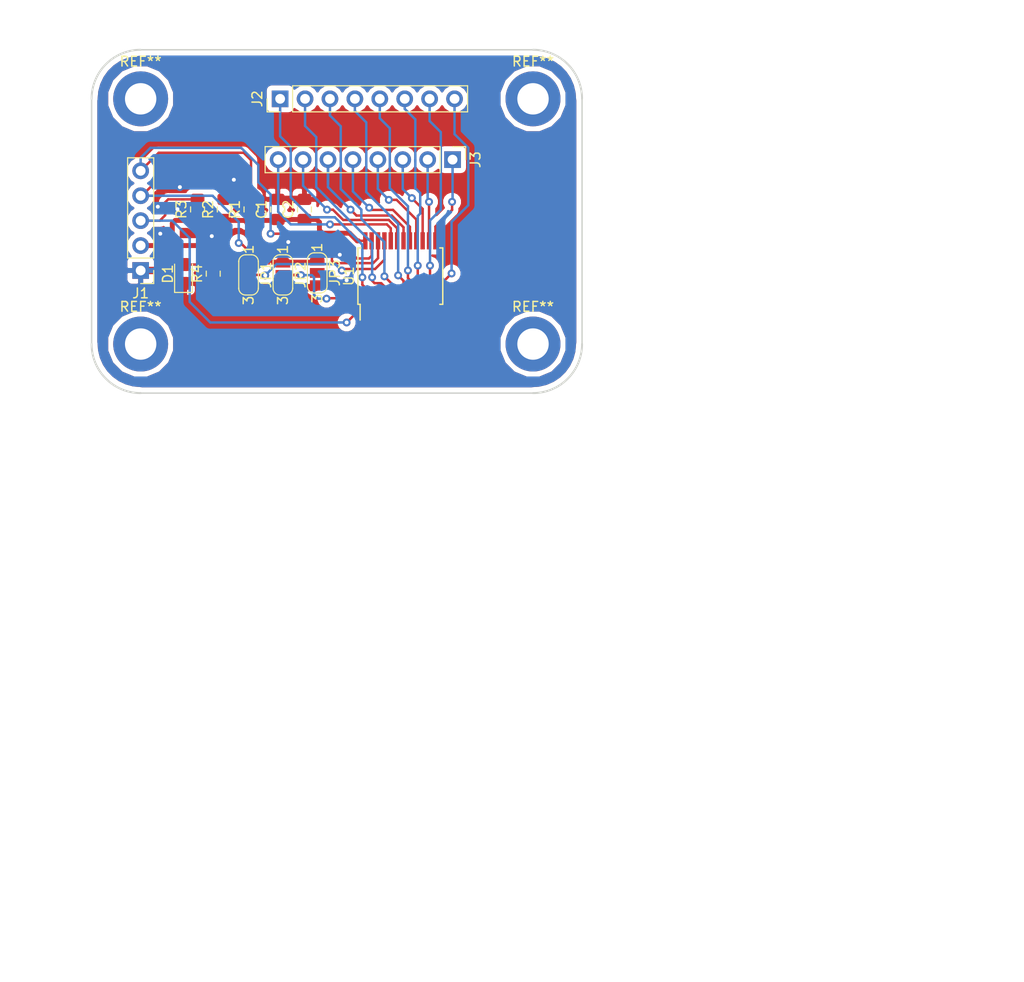
<source format=kicad_pcb>
(kicad_pcb (version 20171130) (host pcbnew 5.0.1-33cea8e~66~ubuntu18.04.1)

  (general
    (thickness 1.6)
    (drawings 12)
    (tracks 279)
    (zones 0)
    (modules 18)
    (nets 26)
  )

  (page A4)
  (layers
    (0 F.Cu signal)
    (31 B.Cu signal)
    (32 B.Adhes user)
    (33 F.Adhes user)
    (34 B.Paste user)
    (35 F.Paste user)
    (36 B.SilkS user)
    (37 F.SilkS user)
    (38 B.Mask user)
    (39 F.Mask user)
    (40 Dwgs.User user)
    (41 Cmts.User user)
    (42 Eco1.User user)
    (43 Eco2.User user)
    (44 Edge.Cuts user)
    (45 Margin user)
    (46 B.CrtYd user)
    (47 F.CrtYd user)
    (48 B.Fab user)
    (49 F.Fab user)
  )

  (setup
    (last_trace_width 0.25)
    (trace_clearance 0.2)
    (zone_clearance 0.508)
    (zone_45_only no)
    (trace_min 0.2)
    (segment_width 0.15)
    (edge_width 0.15)
    (via_size 0.8)
    (via_drill 0.4)
    (via_min_size 0.4)
    (via_min_drill 0.3)
    (uvia_size 0.3)
    (uvia_drill 0.1)
    (uvias_allowed no)
    (uvia_min_size 0.2)
    (uvia_min_drill 0.1)
    (pcb_text_width 0.3)
    (pcb_text_size 1.5 1.5)
    (mod_edge_width 0.15)
    (mod_text_size 1 1)
    (mod_text_width 0.15)
    (pad_size 1.524 1.524)
    (pad_drill 0.762)
    (pad_to_mask_clearance 0.051)
    (solder_mask_min_width 0.25)
    (aux_axis_origin 0 0)
    (visible_elements FFFFFF7F)
    (pcbplotparams
      (layerselection 0x010fc_ffffffff)
      (usegerberextensions false)
      (usegerberattributes false)
      (usegerberadvancedattributes false)
      (creategerberjobfile false)
      (excludeedgelayer true)
      (linewidth 0.100000)
      (plotframeref false)
      (viasonmask false)
      (mode 1)
      (useauxorigin false)
      (hpglpennumber 1)
      (hpglpenspeed 20)
      (hpglpendiameter 15.000000)
      (psnegative false)
      (psa4output false)
      (plotreference true)
      (plotvalue true)
      (plotinvisibletext false)
      (padsonsilk false)
      (subtractmaskfromsilk false)
      (outputformat 1)
      (mirror false)
      (drillshape 1)
      (scaleselection 1)
      (outputdirectory ""))
  )

  (net 0 "")
  (net 1 +3V3)
  (net 2 /INT)
  (net 3 /A1)
  (net 4 /A2)
  (net 5 /PO0)
  (net 6 /PO1)
  (net 7 /PO2)
  (net 8 /PO3)
  (net 9 /PO4)
  (net 10 /PO5)
  (net 11 /PO6)
  (net 12 /PO7)
  (net 13 GND)
  (net 14 /P10)
  (net 15 /P11)
  (net 16 /P12)
  (net 17 /P13)
  (net 18 /P14)
  (net 19 /P15)
  (net 20 /P16)
  (net 21 /P17)
  (net 22 /A0)
  (net 23 /SCL)
  (net 24 /SDA)
  (net 25 "Net-(D1-Pad2)")

  (net_class Default "This is the default net class."
    (clearance 0.2)
    (trace_width 0.25)
    (via_dia 0.8)
    (via_drill 0.4)
    (uvia_dia 0.3)
    (uvia_drill 0.1)
    (add_net /A0)
    (add_net /A1)
    (add_net /A2)
    (add_net /INT)
    (add_net /P10)
    (add_net /P11)
    (add_net /P12)
    (add_net /P13)
    (add_net /P14)
    (add_net /P15)
    (add_net /P16)
    (add_net /P17)
    (add_net /PO0)
    (add_net /PO1)
    (add_net /PO2)
    (add_net /PO3)
    (add_net /PO4)
    (add_net /PO5)
    (add_net /PO6)
    (add_net /PO7)
    (add_net /SCL)
    (add_net /SDA)
    (add_net "Net-(D1-Pad2)")
  )

  (net_class 3V3 ""
    (clearance 0.2)
    (trace_width 0.5)
    (via_dia 0.8)
    (via_drill 0.4)
    (uvia_dia 0.3)
    (uvia_drill 0.1)
    (add_net +3V3)
  )

  (net_class GND ""
    (clearance 0.2)
    (trace_width 0.75)
    (via_dia 0.8)
    (via_drill 0.4)
    (uvia_dia 0.3)
    (uvia_drill 0.1)
    (add_net GND)
  )

  (module LED_SMD:LED_0805_2012Metric_Castellated (layer F.Cu) (tedit 5B36C52C) (tstamp 5BE0EBF1)
    (at 14.370001 27.854999 90)
    (descr "LED SMD 0805 (2012 Metric), castellated end terminal, IPC_7351 nominal, (Body size source: https://docs.google.com/spreadsheets/d/1BsfQQcO9C6DZCsRaXUlFlo91Tg2WpOkGARC1WS5S8t0/edit?usp=sharing), generated with kicad-footprint-generator")
    (tags "LED castellated")
    (path /5BC9B79A)
    (attr smd)
    (fp_text reference D1 (at 0 -1.6 90) (layer F.SilkS)
      (effects (font (size 1 1) (thickness 0.15)))
    )
    (fp_text value LED_GREEN (at 0 1.6 90) (layer F.Fab)
      (effects (font (size 1 1) (thickness 0.15)))
    )
    (fp_line (start 1 -0.6) (end -0.7 -0.6) (layer F.Fab) (width 0.1))
    (fp_line (start -0.7 -0.6) (end -1 -0.3) (layer F.Fab) (width 0.1))
    (fp_line (start -1 -0.3) (end -1 0.6) (layer F.Fab) (width 0.1))
    (fp_line (start -1 0.6) (end 1 0.6) (layer F.Fab) (width 0.1))
    (fp_line (start 1 0.6) (end 1 -0.6) (layer F.Fab) (width 0.1))
    (fp_line (start 1 -0.91) (end -1.885 -0.91) (layer F.SilkS) (width 0.12))
    (fp_line (start -1.885 -0.91) (end -1.885 0.91) (layer F.SilkS) (width 0.12))
    (fp_line (start -1.885 0.91) (end 1 0.91) (layer F.SilkS) (width 0.12))
    (fp_line (start -1.88 0.9) (end -1.88 -0.9) (layer F.CrtYd) (width 0.05))
    (fp_line (start -1.88 -0.9) (end 1.88 -0.9) (layer F.CrtYd) (width 0.05))
    (fp_line (start 1.88 -0.9) (end 1.88 0.9) (layer F.CrtYd) (width 0.05))
    (fp_line (start 1.88 0.9) (end -1.88 0.9) (layer F.CrtYd) (width 0.05))
    (fp_text user %R (at 0 0 90) (layer F.Fab)
      (effects (font (size 0.5 0.5) (thickness 0.08)))
    )
    (pad 1 smd roundrect (at -0.9625 0 90) (size 1.325 1.3) (layers F.Cu F.Paste F.Mask) (roundrect_rratio 0.192308)
      (net 13 GND))
    (pad 2 smd roundrect (at 0.9625 0 90) (size 1.325 1.3) (layers F.Cu F.Paste F.Mask) (roundrect_rratio 0.192308)
      (net 25 "Net-(D1-Pad2)"))
    (model ${KISYS3DMOD}/LED_SMD.3dshapes/LED_0805_2012Metric_Castellated.wrl
      (at (xyz 0 0 0))
      (scale (xyz 1 1 1))
      (rotate (xyz 0 0 0))
    )
  )

  (module Resistor_SMD:R_0805_2012Metric_Pad1.15x1.40mm_HandSolder (layer F.Cu) (tedit 5B36C52B) (tstamp 5BE0EB86)
    (at 17.4 27.825 90)
    (descr "Resistor SMD 0805 (2012 Metric), square (rectangular) end terminal, IPC_7351 nominal with elongated pad for handsoldering. (Body size source: https://docs.google.com/spreadsheets/d/1BsfQQcO9C6DZCsRaXUlFlo91Tg2WpOkGARC1WS5S8t0/edit?usp=sharing), generated with kicad-footprint-generator")
    (tags "resistor handsolder")
    (path /5BC9B642)
    (attr smd)
    (fp_text reference R4 (at 0 -1.65 90) (layer F.SilkS)
      (effects (font (size 1 1) (thickness 0.15)))
    )
    (fp_text value R511 (at 0 1.65 90) (layer F.Fab)
      (effects (font (size 1 1) (thickness 0.15)))
    )
    (fp_line (start -1 0.6) (end -1 -0.6) (layer F.Fab) (width 0.1))
    (fp_line (start -1 -0.6) (end 1 -0.6) (layer F.Fab) (width 0.1))
    (fp_line (start 1 -0.6) (end 1 0.6) (layer F.Fab) (width 0.1))
    (fp_line (start 1 0.6) (end -1 0.6) (layer F.Fab) (width 0.1))
    (fp_line (start -0.261252 -0.71) (end 0.261252 -0.71) (layer F.SilkS) (width 0.12))
    (fp_line (start -0.261252 0.71) (end 0.261252 0.71) (layer F.SilkS) (width 0.12))
    (fp_line (start -1.85 0.95) (end -1.85 -0.95) (layer F.CrtYd) (width 0.05))
    (fp_line (start -1.85 -0.95) (end 1.85 -0.95) (layer F.CrtYd) (width 0.05))
    (fp_line (start 1.85 -0.95) (end 1.85 0.95) (layer F.CrtYd) (width 0.05))
    (fp_line (start 1.85 0.95) (end -1.85 0.95) (layer F.CrtYd) (width 0.05))
    (fp_text user %R (at 0 0 90) (layer F.Fab)
      (effects (font (size 0.5 0.5) (thickness 0.08)))
    )
    (pad 1 smd roundrect (at -1.025 0 90) (size 1.15 1.4) (layers F.Cu F.Paste F.Mask) (roundrect_rratio 0.217391)
      (net 1 +3V3))
    (pad 2 smd roundrect (at 1.025 0 90) (size 1.15 1.4) (layers F.Cu F.Paste F.Mask) (roundrect_rratio 0.217391)
      (net 25 "Net-(D1-Pad2)"))
    (model ${KISYS3DMOD}/Resistor_SMD.3dshapes/R_0805_2012Metric.wrl
      (at (xyz 0 0 0))
      (scale (xyz 1 1 1))
      (rotate (xyz 0 0 0))
    )
  )

  (module Capacitor_SMD:C_0805_2012Metric_Pad1.15x1.40mm_HandSolder (layer F.Cu) (tedit 5B36C52B) (tstamp 5BDAEA24)
    (at 26.7 21.275 90)
    (descr "Capacitor SMD 0805 (2012 Metric), square (rectangular) end terminal, IPC_7351 nominal with elongated pad for handsoldering. (Body size source: https://docs.google.com/spreadsheets/d/1BsfQQcO9C6DZCsRaXUlFlo91Tg2WpOkGARC1WS5S8t0/edit?usp=sharing), generated with kicad-footprint-generator")
    (tags "capacitor handsolder")
    (path /5BC914A7)
    (attr smd)
    (fp_text reference C2 (at 0 -1.65 90) (layer F.SilkS)
      (effects (font (size 1 1) (thickness 0.15)))
    )
    (fp_text value C104 (at 0 1.65 90) (layer F.Fab)
      (effects (font (size 1 1) (thickness 0.15)))
    )
    (fp_text user %R (at 0 0 90) (layer F.Fab)
      (effects (font (size 0.5 0.5) (thickness 0.08)))
    )
    (fp_line (start 1.85 0.95) (end -1.85 0.95) (layer F.CrtYd) (width 0.05))
    (fp_line (start 1.85 -0.95) (end 1.85 0.95) (layer F.CrtYd) (width 0.05))
    (fp_line (start -1.85 -0.95) (end 1.85 -0.95) (layer F.CrtYd) (width 0.05))
    (fp_line (start -1.85 0.95) (end -1.85 -0.95) (layer F.CrtYd) (width 0.05))
    (fp_line (start -0.261252 0.71) (end 0.261252 0.71) (layer F.SilkS) (width 0.12))
    (fp_line (start -0.261252 -0.71) (end 0.261252 -0.71) (layer F.SilkS) (width 0.12))
    (fp_line (start 1 0.6) (end -1 0.6) (layer F.Fab) (width 0.1))
    (fp_line (start 1 -0.6) (end 1 0.6) (layer F.Fab) (width 0.1))
    (fp_line (start -1 -0.6) (end 1 -0.6) (layer F.Fab) (width 0.1))
    (fp_line (start -1 0.6) (end -1 -0.6) (layer F.Fab) (width 0.1))
    (pad 2 smd roundrect (at 1.025 0 90) (size 1.15 1.4) (layers F.Cu F.Paste F.Mask) (roundrect_rratio 0.217391)
      (net 13 GND))
    (pad 1 smd roundrect (at -1.025 0 90) (size 1.15 1.4) (layers F.Cu F.Paste F.Mask) (roundrect_rratio 0.217391)
      (net 1 +3V3))
    (model ${KISYS3DMOD}/Capacitor_SMD.3dshapes/C_0805_2012Metric.wrl
      (at (xyz 0 0 0))
      (scale (xyz 1 1 1))
      (rotate (xyz 0 0 0))
    )
  )

  (module Capacitor_SMD:C_0805_2012Metric_Pad1.15x1.40mm_HandSolder (layer F.Cu) (tedit 5B36C52B) (tstamp 5BDAEA13)
    (at 23.975 21.275 90)
    (descr "Capacitor SMD 0805 (2012 Metric), square (rectangular) end terminal, IPC_7351 nominal with elongated pad for handsoldering. (Body size source: https://docs.google.com/spreadsheets/d/1BsfQQcO9C6DZCsRaXUlFlo91Tg2WpOkGARC1WS5S8t0/edit?usp=sharing), generated with kicad-footprint-generator")
    (tags "capacitor handsolder")
    (path /5BC8E8F3)
    (attr smd)
    (fp_text reference C1 (at 0 -1.65 90) (layer F.SilkS)
      (effects (font (size 1 1) (thickness 0.15)))
    )
    (fp_text value C106 (at 0 1.65 90) (layer F.Fab)
      (effects (font (size 1 1) (thickness 0.15)))
    )
    (fp_line (start -1 0.6) (end -1 -0.6) (layer F.Fab) (width 0.1))
    (fp_line (start -1 -0.6) (end 1 -0.6) (layer F.Fab) (width 0.1))
    (fp_line (start 1 -0.6) (end 1 0.6) (layer F.Fab) (width 0.1))
    (fp_line (start 1 0.6) (end -1 0.6) (layer F.Fab) (width 0.1))
    (fp_line (start -0.261252 -0.71) (end 0.261252 -0.71) (layer F.SilkS) (width 0.12))
    (fp_line (start -0.261252 0.71) (end 0.261252 0.71) (layer F.SilkS) (width 0.12))
    (fp_line (start -1.85 0.95) (end -1.85 -0.95) (layer F.CrtYd) (width 0.05))
    (fp_line (start -1.85 -0.95) (end 1.85 -0.95) (layer F.CrtYd) (width 0.05))
    (fp_line (start 1.85 -0.95) (end 1.85 0.95) (layer F.CrtYd) (width 0.05))
    (fp_line (start 1.85 0.95) (end -1.85 0.95) (layer F.CrtYd) (width 0.05))
    (fp_text user %R (at 0 0 90) (layer F.Fab)
      (effects (font (size 0.5 0.5) (thickness 0.08)))
    )
    (pad 1 smd roundrect (at -1.025 0 90) (size 1.15 1.4) (layers F.Cu F.Paste F.Mask) (roundrect_rratio 0.217391)
      (net 1 +3V3))
    (pad 2 smd roundrect (at 1.025 0 90) (size 1.15 1.4) (layers F.Cu F.Paste F.Mask) (roundrect_rratio 0.217391)
      (net 13 GND))
    (model ${KISYS3DMOD}/Capacitor_SMD.3dshapes/C_0805_2012Metric.wrl
      (at (xyz 0 0 0))
      (scale (xyz 1 1 1))
      (rotate (xyz 0 0 0))
    )
  )

  (module MountingHole:MountingHole_3.2mm_M3_DIN965_Pad locked (layer F.Cu) (tedit 56D1B4CB) (tstamp 5BDACEB6)
    (at 10 10)
    (descr "Mounting Hole 3.2mm, M3, DIN965")
    (tags "mounting hole 3.2mm m3 din965")
    (attr virtual)
    (fp_text reference REF** (at 0 -3.8) (layer F.SilkS)
      (effects (font (size 1 1) (thickness 0.15)))
    )
    (fp_text value MountingHole_3.2mm_M3_DIN965_Pad (at 0 3.8) (layer F.Fab)
      (effects (font (size 1 1) (thickness 0.15)))
    )
    (fp_circle (center 0 0) (end 3.05 0) (layer F.CrtYd) (width 0.05))
    (fp_circle (center 0 0) (end 2.8 0) (layer Cmts.User) (width 0.15))
    (fp_text user %R (at 0.3 0) (layer F.Fab)
      (effects (font (size 1 1) (thickness 0.15)))
    )
    (pad 1 thru_hole circle (at 0 0) (size 5.6 5.6) (drill 3.2) (layers *.Cu *.Mask))
  )

  (module MountingHole:MountingHole_3.2mm_M3_DIN965_Pad locked (layer F.Cu) (tedit 56D1B4CB) (tstamp 5BDACEC5)
    (at 50 10)
    (descr "Mounting Hole 3.2mm, M3, DIN965")
    (tags "mounting hole 3.2mm m3 din965")
    (attr virtual)
    (fp_text reference REF** (at 0 -3.8) (layer F.SilkS)
      (effects (font (size 1 1) (thickness 0.15)))
    )
    (fp_text value MountingHole_3.2mm_M3_DIN965_Pad (at 0 3.8) (layer F.Fab)
      (effects (font (size 1 1) (thickness 0.15)))
    )
    (fp_circle (center 0 0) (end 3.05 0) (layer F.CrtYd) (width 0.05))
    (fp_circle (center 0 0) (end 2.8 0) (layer Cmts.User) (width 0.15))
    (fp_text user %R (at 0.3 0) (layer F.Fab)
      (effects (font (size 1 1) (thickness 0.15)))
    )
    (pad 1 thru_hole circle (at 0 0) (size 5.6 5.6) (drill 3.2) (layers *.Cu *.Mask))
  )

  (module MountingHole:MountingHole_3.2mm_M3_DIN965_Pad locked (layer F.Cu) (tedit 56D1B4CB) (tstamp 5BDACED4)
    (at 10 35)
    (descr "Mounting Hole 3.2mm, M3, DIN965")
    (tags "mounting hole 3.2mm m3 din965")
    (attr virtual)
    (fp_text reference REF** (at 0 -3.8) (layer F.SilkS)
      (effects (font (size 1 1) (thickness 0.15)))
    )
    (fp_text value MountingHole_3.2mm_M3_DIN965_Pad (at 0 3.8) (layer F.Fab)
      (effects (font (size 1 1) (thickness 0.15)))
    )
    (fp_circle (center 0 0) (end 3.05 0) (layer F.CrtYd) (width 0.05))
    (fp_circle (center 0 0) (end 2.8 0) (layer Cmts.User) (width 0.15))
    (fp_text user %R (at 0.3 0) (layer F.Fab)
      (effects (font (size 1 1) (thickness 0.15)))
    )
    (pad 1 thru_hole circle (at 0 0) (size 5.6 5.6) (drill 3.2) (layers *.Cu *.Mask))
  )

  (module MountingHole:MountingHole_3.2mm_M3_DIN965_Pad locked (layer F.Cu) (tedit 56D1B4CB) (tstamp 5BDACEE3)
    (at 50 35)
    (descr "Mounting Hole 3.2mm, M3, DIN965")
    (tags "mounting hole 3.2mm m3 din965")
    (attr virtual)
    (fp_text reference REF** (at 0 -3.8) (layer F.SilkS)
      (effects (font (size 1 1) (thickness 0.15)))
    )
    (fp_text value MountingHole_3.2mm_M3_DIN965_Pad (at 0 3.8) (layer F.Fab)
      (effects (font (size 1 1) (thickness 0.15)))
    )
    (fp_circle (center 0 0) (end 3.05 0) (layer F.CrtYd) (width 0.05))
    (fp_circle (center 0 0) (end 2.8 0) (layer Cmts.User) (width 0.15))
    (fp_text user %R (at 0.3 0) (layer F.Fab)
      (effects (font (size 1 1) (thickness 0.15)))
    )
    (pad 1 thru_hole circle (at 0 0) (size 5.6 5.6) (drill 3.2) (layers *.Cu *.Mask))
  )

  (module Connector_PinHeader_2.54mm:PinHeader_1x05_P2.54mm_Vertical (layer F.Cu) (tedit 59FED5CC) (tstamp 5BDACFDC)
    (at 10 27.5 180)
    (descr "Through hole straight pin header, 1x05, 2.54mm pitch, single row")
    (tags "Through hole pin header THT 1x05 2.54mm single row")
    (path /5BC7B5F9)
    (fp_text reference J1 (at 0 -2.33 180) (layer F.SilkS)
      (effects (font (size 1 1) (thickness 0.15)))
    )
    (fp_text value Conn_01x05 (at 0 12.49 180) (layer F.Fab)
      (effects (font (size 1 1) (thickness 0.15)))
    )
    (fp_line (start -0.635 -1.27) (end 1.27 -1.27) (layer F.Fab) (width 0.1))
    (fp_line (start 1.27 -1.27) (end 1.27 11.43) (layer F.Fab) (width 0.1))
    (fp_line (start 1.27 11.43) (end -1.27 11.43) (layer F.Fab) (width 0.1))
    (fp_line (start -1.27 11.43) (end -1.27 -0.635) (layer F.Fab) (width 0.1))
    (fp_line (start -1.27 -0.635) (end -0.635 -1.27) (layer F.Fab) (width 0.1))
    (fp_line (start -1.33 11.49) (end 1.33 11.49) (layer F.SilkS) (width 0.12))
    (fp_line (start -1.33 1.27) (end -1.33 11.49) (layer F.SilkS) (width 0.12))
    (fp_line (start 1.33 1.27) (end 1.33 11.49) (layer F.SilkS) (width 0.12))
    (fp_line (start -1.33 1.27) (end 1.33 1.27) (layer F.SilkS) (width 0.12))
    (fp_line (start -1.33 0) (end -1.33 -1.33) (layer F.SilkS) (width 0.12))
    (fp_line (start -1.33 -1.33) (end 0 -1.33) (layer F.SilkS) (width 0.12))
    (fp_line (start -1.8 -1.8) (end -1.8 11.95) (layer F.CrtYd) (width 0.05))
    (fp_line (start -1.8 11.95) (end 1.8 11.95) (layer F.CrtYd) (width 0.05))
    (fp_line (start 1.8 11.95) (end 1.8 -1.8) (layer F.CrtYd) (width 0.05))
    (fp_line (start 1.8 -1.8) (end -1.8 -1.8) (layer F.CrtYd) (width 0.05))
    (fp_text user %R (at 0 5.08 270) (layer F.Fab)
      (effects (font (size 1 1) (thickness 0.15)))
    )
    (pad 1 thru_hole rect (at 0 0 180) (size 1.7 1.7) (drill 1) (layers *.Cu *.Mask)
      (net 13 GND))
    (pad 2 thru_hole oval (at 0 2.54 180) (size 1.7 1.7) (drill 1) (layers *.Cu *.Mask)
      (net 1 +3V3))
    (pad 3 thru_hole oval (at 0 5.08 180) (size 1.7 1.7) (drill 1) (layers *.Cu *.Mask)
      (net 2 /INT))
    (pad 4 thru_hole oval (at 0 7.62 180) (size 1.7 1.7) (drill 1) (layers *.Cu *.Mask)
      (net 23 /SCL))
    (pad 5 thru_hole oval (at 0 10.16 180) (size 1.7 1.7) (drill 1) (layers *.Cu *.Mask)
      (net 24 /SDA))
    (model ${KISYS3DMOD}/Connector_PinHeader_2.54mm.3dshapes/PinHeader_1x05_P2.54mm_Vertical.wrl
      (at (xyz 0 0 0))
      (scale (xyz 1 1 1))
      (rotate (xyz 0 0 0))
    )
  )

  (module Connector_PinHeader_2.54mm:PinHeader_1x08_P2.54mm_Vertical (layer F.Cu) (tedit 59FED5CC) (tstamp 5BD48E77)
    (at 41.8 16.2 270)
    (descr "Through hole straight pin header, 1x08, 2.54mm pitch, single row")
    (tags "Through hole pin header THT 1x08 2.54mm single row")
    (path /5BC88733)
    (fp_text reference J3 (at 0 -2.33 270) (layer F.SilkS)
      (effects (font (size 1 1) (thickness 0.15)))
    )
    (fp_text value Conn_01x08 (at 0 20.11 270) (layer F.Fab)
      (effects (font (size 1 1) (thickness 0.15)))
    )
    (fp_text user %R (at 0 8.89) (layer F.Fab)
      (effects (font (size 1 1) (thickness 0.15)))
    )
    (fp_line (start 1.8 -1.8) (end -1.8 -1.8) (layer F.CrtYd) (width 0.05))
    (fp_line (start 1.8 19.55) (end 1.8 -1.8) (layer F.CrtYd) (width 0.05))
    (fp_line (start -1.8 19.55) (end 1.8 19.55) (layer F.CrtYd) (width 0.05))
    (fp_line (start -1.8 -1.8) (end -1.8 19.55) (layer F.CrtYd) (width 0.05))
    (fp_line (start -1.33 -1.33) (end 0 -1.33) (layer F.SilkS) (width 0.12))
    (fp_line (start -1.33 0) (end -1.33 -1.33) (layer F.SilkS) (width 0.12))
    (fp_line (start -1.33 1.27) (end 1.33 1.27) (layer F.SilkS) (width 0.12))
    (fp_line (start 1.33 1.27) (end 1.33 19.11) (layer F.SilkS) (width 0.12))
    (fp_line (start -1.33 1.27) (end -1.33 19.11) (layer F.SilkS) (width 0.12))
    (fp_line (start -1.33 19.11) (end 1.33 19.11) (layer F.SilkS) (width 0.12))
    (fp_line (start -1.27 -0.635) (end -0.635 -1.27) (layer F.Fab) (width 0.1))
    (fp_line (start -1.27 19.05) (end -1.27 -0.635) (layer F.Fab) (width 0.1))
    (fp_line (start 1.27 19.05) (end -1.27 19.05) (layer F.Fab) (width 0.1))
    (fp_line (start 1.27 -1.27) (end 1.27 19.05) (layer F.Fab) (width 0.1))
    (fp_line (start -0.635 -1.27) (end 1.27 -1.27) (layer F.Fab) (width 0.1))
    (pad 8 thru_hole oval (at 0 17.78 270) (size 1.7 1.7) (drill 1) (layers *.Cu *.Mask)
      (net 21 /P17))
    (pad 7 thru_hole oval (at 0 15.24 270) (size 1.7 1.7) (drill 1) (layers *.Cu *.Mask)
      (net 20 /P16))
    (pad 6 thru_hole oval (at 0 12.7 270) (size 1.7 1.7) (drill 1) (layers *.Cu *.Mask)
      (net 19 /P15))
    (pad 5 thru_hole oval (at 0 10.16 270) (size 1.7 1.7) (drill 1) (layers *.Cu *.Mask)
      (net 18 /P14))
    (pad 4 thru_hole oval (at 0 7.62 270) (size 1.7 1.7) (drill 1) (layers *.Cu *.Mask)
      (net 17 /P13))
    (pad 3 thru_hole oval (at 0 5.08 270) (size 1.7 1.7) (drill 1) (layers *.Cu *.Mask)
      (net 16 /P12))
    (pad 2 thru_hole oval (at 0 2.54 270) (size 1.7 1.7) (drill 1) (layers *.Cu *.Mask)
      (net 15 /P11))
    (pad 1 thru_hole rect (at 0 0 270) (size 1.7 1.7) (drill 1) (layers *.Cu *.Mask)
      (net 14 /P10))
    (model ${KISYS3DMOD}/Connector_PinHeader_2.54mm.3dshapes/PinHeader_1x08_P2.54mm_Vertical.wrl
      (at (xyz 0 0 0))
      (scale (xyz 1 1 1))
      (rotate (xyz 0 0 0))
    )
  )

  (module Connector_PinHeader_2.54mm:PinHeader_1x08_P2.54mm_Vertical (layer F.Cu) (tedit 59FED5CC) (tstamp 5BD48E5B)
    (at 24.22 10 90)
    (descr "Through hole straight pin header, 1x08, 2.54mm pitch, single row")
    (tags "Through hole pin header THT 1x08 2.54mm single row")
    (path /5BC845B1)
    (fp_text reference J2 (at 0 -2.33 90) (layer F.SilkS)
      (effects (font (size 1 1) (thickness 0.15)))
    )
    (fp_text value Conn_01x08 (at 0 20.11 90) (layer F.Fab)
      (effects (font (size 1 1) (thickness 0.15)))
    )
    (fp_line (start -0.635 -1.27) (end 1.27 -1.27) (layer F.Fab) (width 0.1))
    (fp_line (start 1.27 -1.27) (end 1.27 19.05) (layer F.Fab) (width 0.1))
    (fp_line (start 1.27 19.05) (end -1.27 19.05) (layer F.Fab) (width 0.1))
    (fp_line (start -1.27 19.05) (end -1.27 -0.635) (layer F.Fab) (width 0.1))
    (fp_line (start -1.27 -0.635) (end -0.635 -1.27) (layer F.Fab) (width 0.1))
    (fp_line (start -1.33 19.11) (end 1.33 19.11) (layer F.SilkS) (width 0.12))
    (fp_line (start -1.33 1.27) (end -1.33 19.11) (layer F.SilkS) (width 0.12))
    (fp_line (start 1.33 1.27) (end 1.33 19.11) (layer F.SilkS) (width 0.12))
    (fp_line (start -1.33 1.27) (end 1.33 1.27) (layer F.SilkS) (width 0.12))
    (fp_line (start -1.33 0) (end -1.33 -1.33) (layer F.SilkS) (width 0.12))
    (fp_line (start -1.33 -1.33) (end 0 -1.33) (layer F.SilkS) (width 0.12))
    (fp_line (start -1.8 -1.8) (end -1.8 19.55) (layer F.CrtYd) (width 0.05))
    (fp_line (start -1.8 19.55) (end 1.8 19.55) (layer F.CrtYd) (width 0.05))
    (fp_line (start 1.8 19.55) (end 1.8 -1.8) (layer F.CrtYd) (width 0.05))
    (fp_line (start 1.8 -1.8) (end -1.8 -1.8) (layer F.CrtYd) (width 0.05))
    (fp_text user %R (at 0 8.89 180) (layer F.Fab)
      (effects (font (size 1 1) (thickness 0.15)))
    )
    (pad 1 thru_hole rect (at 0 0 90) (size 1.7 1.7) (drill 1) (layers *.Cu *.Mask)
      (net 5 /PO0))
    (pad 2 thru_hole oval (at 0 2.54 90) (size 1.7 1.7) (drill 1) (layers *.Cu *.Mask)
      (net 6 /PO1))
    (pad 3 thru_hole oval (at 0 5.08 90) (size 1.7 1.7) (drill 1) (layers *.Cu *.Mask)
      (net 7 /PO2))
    (pad 4 thru_hole oval (at 0 7.62 90) (size 1.7 1.7) (drill 1) (layers *.Cu *.Mask)
      (net 8 /PO3))
    (pad 5 thru_hole oval (at 0 10.16 90) (size 1.7 1.7) (drill 1) (layers *.Cu *.Mask)
      (net 9 /PO4))
    (pad 6 thru_hole oval (at 0 12.7 90) (size 1.7 1.7) (drill 1) (layers *.Cu *.Mask)
      (net 10 /PO5))
    (pad 7 thru_hole oval (at 0 15.24 90) (size 1.7 1.7) (drill 1) (layers *.Cu *.Mask)
      (net 11 /PO6))
    (pad 8 thru_hole oval (at 0 17.78 90) (size 1.7 1.7) (drill 1) (layers *.Cu *.Mask)
      (net 12 /PO7))
    (model ${KISYS3DMOD}/Connector_PinHeader_2.54mm.3dshapes/PinHeader_1x08_P2.54mm_Vertical.wrl
      (at (xyz 0 0 0))
      (scale (xyz 1 1 1))
      (rotate (xyz 0 0 0))
    )
  )

  (module Jumper:SolderJumper-3_P1.3mm_Open_RoundedPad1.0x1.5mm_NumberLabels (layer F.Cu) (tedit 5B391ED1) (tstamp 5BD48E3F)
    (at 28 27.75 270)
    (descr "SMD Solder 3-pad Jumper, 1x1.5mm rounded Pads, 0.3mm gap, open, labeled with numbers")
    (tags "solder jumper open")
    (path /5BC76309)
    (attr virtual)
    (fp_text reference JP3 (at 0 -1.8 270) (layer F.SilkS)
      (effects (font (size 1 1) (thickness 0.15)))
    )
    (fp_text value A2 (at 0 1.9 270) (layer F.Fab)
      (effects (font (size 1 1) (thickness 0.15)))
    )
    (fp_text user 3 (at 2.6 0 270) (layer F.SilkS)
      (effects (font (size 1 1) (thickness 0.15)))
    )
    (fp_text user 1 (at -2.6 0 270) (layer F.SilkS)
      (effects (font (size 1 1) (thickness 0.15)))
    )
    (fp_line (start -2.05 0.3) (end -2.05 -0.3) (layer F.SilkS) (width 0.12))
    (fp_line (start 1.4 1) (end -1.4 1) (layer F.SilkS) (width 0.12))
    (fp_line (start 2.05 -0.3) (end 2.05 0.3) (layer F.SilkS) (width 0.12))
    (fp_line (start -1.4 -1) (end 1.4 -1) (layer F.SilkS) (width 0.12))
    (fp_line (start -2.3 -1.25) (end 2.3 -1.25) (layer F.CrtYd) (width 0.05))
    (fp_line (start -2.3 -1.25) (end -2.3 1.25) (layer F.CrtYd) (width 0.05))
    (fp_line (start 2.3 1.25) (end 2.3 -1.25) (layer F.CrtYd) (width 0.05))
    (fp_line (start 2.3 1.25) (end -2.3 1.25) (layer F.CrtYd) (width 0.05))
    (fp_arc (start 1.35 -0.3) (end 2.05 -0.3) (angle -90) (layer F.SilkS) (width 0.12))
    (fp_arc (start 1.35 0.3) (end 1.35 1) (angle -90) (layer F.SilkS) (width 0.12))
    (fp_arc (start -1.35 0.3) (end -2.05 0.3) (angle -90) (layer F.SilkS) (width 0.12))
    (fp_arc (start -1.35 -0.3) (end -1.35 -1) (angle -90) (layer F.SilkS) (width 0.12))
    (pad 1 smd custom (at -1.3 0 270) (size 1 0.5) (layers F.Cu F.Mask)
      (net 1 +3V3) (zone_connect 0)
      (options (clearance outline) (anchor rect))
      (primitives
        (gr_circle (center 0 0.25) (end 0.5 0.25) (width 0))
        (gr_circle (center 0 -0.25) (end 0.5 -0.25) (width 0))
        (gr_poly (pts
           (xy 0.55 -0.75) (xy 0 -0.75) (xy 0 0.75) (xy 0.55 0.75)) (width 0))
      ))
    (pad 3 smd custom (at 1.3 0 270) (size 1 0.5) (layers F.Cu F.Mask)
      (net 13 GND) (zone_connect 0)
      (options (clearance outline) (anchor rect))
      (primitives
        (gr_circle (center 0 0.25) (end 0.5 0.25) (width 0))
        (gr_circle (center 0 -0.25) (end 0.5 -0.25) (width 0))
        (gr_poly (pts
           (xy -0.55 -0.75) (xy 0 -0.75) (xy 0 0.75) (xy -0.55 0.75)) (width 0))
      ))
    (pad 2 smd rect (at 0 0 270) (size 1 1.5) (layers F.Cu F.Mask)
      (net 4 /A2))
  )

  (module Jumper:SolderJumper-3_P1.3mm_Open_RoundedPad1.0x1.5mm_NumberLabels (layer F.Cu) (tedit 5B391ED1) (tstamp 5BD48E2A)
    (at 24.5 27.95 270)
    (descr "SMD Solder 3-pad Jumper, 1x1.5mm rounded Pads, 0.3mm gap, open, labeled with numbers")
    (tags "solder jumper open")
    (path /5BC761EA)
    (attr virtual)
    (fp_text reference JP2 (at 0 -1.8 270) (layer F.SilkS)
      (effects (font (size 1 1) (thickness 0.15)))
    )
    (fp_text value A1 (at 0 1.9 270) (layer F.Fab)
      (effects (font (size 1 1) (thickness 0.15)))
    )
    (fp_arc (start -1.35 -0.3) (end -1.35 -1) (angle -90) (layer F.SilkS) (width 0.12))
    (fp_arc (start -1.35 0.3) (end -2.05 0.3) (angle -90) (layer F.SilkS) (width 0.12))
    (fp_arc (start 1.35 0.3) (end 1.35 1) (angle -90) (layer F.SilkS) (width 0.12))
    (fp_arc (start 1.35 -0.3) (end 2.05 -0.3) (angle -90) (layer F.SilkS) (width 0.12))
    (fp_line (start 2.3 1.25) (end -2.3 1.25) (layer F.CrtYd) (width 0.05))
    (fp_line (start 2.3 1.25) (end 2.3 -1.25) (layer F.CrtYd) (width 0.05))
    (fp_line (start -2.3 -1.25) (end -2.3 1.25) (layer F.CrtYd) (width 0.05))
    (fp_line (start -2.3 -1.25) (end 2.3 -1.25) (layer F.CrtYd) (width 0.05))
    (fp_line (start -1.4 -1) (end 1.4 -1) (layer F.SilkS) (width 0.12))
    (fp_line (start 2.05 -0.3) (end 2.05 0.3) (layer F.SilkS) (width 0.12))
    (fp_line (start 1.4 1) (end -1.4 1) (layer F.SilkS) (width 0.12))
    (fp_line (start -2.05 0.3) (end -2.05 -0.3) (layer F.SilkS) (width 0.12))
    (fp_text user 1 (at -2.6 0 270) (layer F.SilkS)
      (effects (font (size 1 1) (thickness 0.15)))
    )
    (fp_text user 3 (at 2.6 0 270) (layer F.SilkS)
      (effects (font (size 1 1) (thickness 0.15)))
    )
    (pad 2 smd rect (at 0 0 270) (size 1 1.5) (layers F.Cu F.Mask)
      (net 3 /A1))
    (pad 3 smd custom (at 1.3 0 270) (size 1 0.5) (layers F.Cu F.Mask)
      (net 13 GND) (zone_connect 0)
      (options (clearance outline) (anchor rect))
      (primitives
        (gr_circle (center 0 0.25) (end 0.5 0.25) (width 0))
        (gr_circle (center 0 -0.25) (end 0.5 -0.25) (width 0))
        (gr_poly (pts
           (xy -0.55 -0.75) (xy 0 -0.75) (xy 0 0.75) (xy -0.55 0.75)) (width 0))
      ))
    (pad 1 smd custom (at -1.3 0 270) (size 1 0.5) (layers F.Cu F.Mask)
      (net 1 +3V3) (zone_connect 0)
      (options (clearance outline) (anchor rect))
      (primitives
        (gr_circle (center 0 0.25) (end 0.5 0.25) (width 0))
        (gr_circle (center 0 -0.25) (end 0.5 -0.25) (width 0))
        (gr_poly (pts
           (xy 0.55 -0.75) (xy 0 -0.75) (xy 0 0.75) (xy 0.55 0.75)) (width 0))
      ))
  )

  (module Jumper:SolderJumper-3_P1.3mm_Open_RoundedPad1.0x1.5mm_NumberLabels (layer F.Cu) (tedit 5B391ED1) (tstamp 5BD48E15)
    (at 21 27.95 270)
    (descr "SMD Solder 3-pad Jumper, 1x1.5mm rounded Pads, 0.3mm gap, open, labeled with numbers")
    (tags "solder jumper open")
    (path /5BC75CC9)
    (attr virtual)
    (fp_text reference JP1 (at 0 -1.8 270) (layer F.SilkS)
      (effects (font (size 1 1) (thickness 0.15)))
    )
    (fp_text value A0 (at 0 1.9 270) (layer F.Fab)
      (effects (font (size 1 1) (thickness 0.15)))
    )
    (fp_text user 3 (at 2.6 0 270) (layer F.SilkS)
      (effects (font (size 1 1) (thickness 0.15)))
    )
    (fp_text user 1 (at -2.6 0 270) (layer F.SilkS)
      (effects (font (size 1 1) (thickness 0.15)))
    )
    (fp_line (start -2.05 0.3) (end -2.05 -0.3) (layer F.SilkS) (width 0.12))
    (fp_line (start 1.4 1) (end -1.4 1) (layer F.SilkS) (width 0.12))
    (fp_line (start 2.05 -0.3) (end 2.05 0.3) (layer F.SilkS) (width 0.12))
    (fp_line (start -1.4 -1) (end 1.4 -1) (layer F.SilkS) (width 0.12))
    (fp_line (start -2.3 -1.25) (end 2.3 -1.25) (layer F.CrtYd) (width 0.05))
    (fp_line (start -2.3 -1.25) (end -2.3 1.25) (layer F.CrtYd) (width 0.05))
    (fp_line (start 2.3 1.25) (end 2.3 -1.25) (layer F.CrtYd) (width 0.05))
    (fp_line (start 2.3 1.25) (end -2.3 1.25) (layer F.CrtYd) (width 0.05))
    (fp_arc (start 1.35 -0.3) (end 2.05 -0.3) (angle -90) (layer F.SilkS) (width 0.12))
    (fp_arc (start 1.35 0.3) (end 1.35 1) (angle -90) (layer F.SilkS) (width 0.12))
    (fp_arc (start -1.35 0.3) (end -2.05 0.3) (angle -90) (layer F.SilkS) (width 0.12))
    (fp_arc (start -1.35 -0.3) (end -1.35 -1) (angle -90) (layer F.SilkS) (width 0.12))
    (pad 1 smd custom (at -1.3 0 270) (size 1 0.5) (layers F.Cu F.Mask)
      (net 1 +3V3) (zone_connect 0)
      (options (clearance outline) (anchor rect))
      (primitives
        (gr_circle (center 0 0.25) (end 0.5 0.25) (width 0))
        (gr_circle (center 0 -0.25) (end 0.5 -0.25) (width 0))
        (gr_poly (pts
           (xy 0.55 -0.75) (xy 0 -0.75) (xy 0 0.75) (xy 0.55 0.75)) (width 0))
      ))
    (pad 3 smd custom (at 1.3 0 270) (size 1 0.5) (layers F.Cu F.Mask)
      (net 13 GND) (zone_connect 0)
      (options (clearance outline) (anchor rect))
      (primitives
        (gr_circle (center 0 0.25) (end 0.5 0.25) (width 0))
        (gr_circle (center 0 -0.25) (end 0.5 -0.25) (width 0))
        (gr_poly (pts
           (xy -0.55 -0.75) (xy 0 -0.75) (xy 0 0.75) (xy -0.55 0.75)) (width 0))
      ))
    (pad 2 smd rect (at 0 0 270) (size 1 1.5) (layers F.Cu F.Mask)
      (net 22 /A0))
  )

  (module Package_SO:SSOP-24_5.3x8.2mm_P0.65mm locked (layer F.Cu) (tedit 5A02F25C) (tstamp 5BD48E00)
    (at 36.475 28.075 90)
    (descr "24-Lead Plastic Shrink Small Outline (SS)-5.30 mm Body [SSOP] (see Microchip Packaging Specification 00000049BS.pdf)")
    (tags "SSOP 0.65")
    (path /5BC75876)
    (attr smd)
    (fp_text reference U1 (at 0 -5.25 90) (layer F.SilkS)
      (effects (font (size 1 1) (thickness 0.15)))
    )
    (fp_text value PCF8575C (at 0 5.25 90) (layer F.Fab)
      (effects (font (size 1 1) (thickness 0.15)))
    )
    (fp_line (start -1.65 -4.1) (end 2.65 -4.1) (layer F.Fab) (width 0.15))
    (fp_line (start 2.65 -4.1) (end 2.65 4.1) (layer F.Fab) (width 0.15))
    (fp_line (start 2.65 4.1) (end -2.65 4.1) (layer F.Fab) (width 0.15))
    (fp_line (start -2.65 4.1) (end -2.65 -3.1) (layer F.Fab) (width 0.15))
    (fp_line (start -2.65 -3.1) (end -1.65 -4.1) (layer F.Fab) (width 0.15))
    (fp_line (start -4.75 -4.5) (end -4.75 4.5) (layer F.CrtYd) (width 0.05))
    (fp_line (start 4.75 -4.5) (end 4.75 4.5) (layer F.CrtYd) (width 0.05))
    (fp_line (start -4.75 -4.5) (end 4.75 -4.5) (layer F.CrtYd) (width 0.05))
    (fp_line (start -4.75 4.5) (end 4.75 4.5) (layer F.CrtYd) (width 0.05))
    (fp_line (start -2.875 -4.325) (end -2.875 -4.1) (layer F.SilkS) (width 0.15))
    (fp_line (start 2.875 -4.325) (end 2.875 -4.025) (layer F.SilkS) (width 0.15))
    (fp_line (start 2.875 4.325) (end 2.875 4.025) (layer F.SilkS) (width 0.15))
    (fp_line (start -2.875 4.325) (end -2.875 4.025) (layer F.SilkS) (width 0.15))
    (fp_line (start -2.875 -4.325) (end 2.875 -4.325) (layer F.SilkS) (width 0.15))
    (fp_line (start -2.875 4.325) (end 2.875 4.325) (layer F.SilkS) (width 0.15))
    (fp_line (start -2.875 -4.1) (end -4.475 -4.1) (layer F.SilkS) (width 0.15))
    (fp_text user %R (at 0 0 90) (layer F.Fab)
      (effects (font (size 0.8 0.8) (thickness 0.15)))
    )
    (pad 1 smd rect (at -3.6 -3.575 90) (size 1.75 0.45) (layers F.Cu F.Paste F.Mask)
      (net 2 /INT))
    (pad 2 smd rect (at -3.6 -2.925 90) (size 1.75 0.45) (layers F.Cu F.Paste F.Mask)
      (net 3 /A1))
    (pad 3 smd rect (at -3.6 -2.275 90) (size 1.75 0.45) (layers F.Cu F.Paste F.Mask)
      (net 4 /A2))
    (pad 4 smd rect (at -3.6 -1.625 90) (size 1.75 0.45) (layers F.Cu F.Paste F.Mask)
      (net 5 /PO0))
    (pad 5 smd rect (at -3.6 -0.975 90) (size 1.75 0.45) (layers F.Cu F.Paste F.Mask)
      (net 6 /PO1))
    (pad 6 smd rect (at -3.6 -0.325 90) (size 1.75 0.45) (layers F.Cu F.Paste F.Mask)
      (net 7 /PO2))
    (pad 7 smd rect (at -3.6 0.325 90) (size 1.75 0.45) (layers F.Cu F.Paste F.Mask)
      (net 8 /PO3))
    (pad 8 smd rect (at -3.6 0.975 90) (size 1.75 0.45) (layers F.Cu F.Paste F.Mask)
      (net 9 /PO4))
    (pad 9 smd rect (at -3.6 1.625 90) (size 1.75 0.45) (layers F.Cu F.Paste F.Mask)
      (net 10 /PO5))
    (pad 10 smd rect (at -3.6 2.275 90) (size 1.75 0.45) (layers F.Cu F.Paste F.Mask)
      (net 11 /PO6))
    (pad 11 smd rect (at -3.6 2.925 90) (size 1.75 0.45) (layers F.Cu F.Paste F.Mask)
      (net 12 /PO7))
    (pad 12 smd rect (at -3.6 3.575 90) (size 1.75 0.45) (layers F.Cu F.Paste F.Mask)
      (net 13 GND))
    (pad 13 smd rect (at 3.6 3.575 90) (size 1.75 0.45) (layers F.Cu F.Paste F.Mask)
      (net 14 /P10))
    (pad 14 smd rect (at 3.6 2.925 90) (size 1.75 0.45) (layers F.Cu F.Paste F.Mask)
      (net 15 /P11))
    (pad 15 smd rect (at 3.6 2.275 90) (size 1.75 0.45) (layers F.Cu F.Paste F.Mask)
      (net 16 /P12))
    (pad 16 smd rect (at 3.6 1.625 90) (size 1.75 0.45) (layers F.Cu F.Paste F.Mask)
      (net 17 /P13))
    (pad 17 smd rect (at 3.6 0.975 90) (size 1.75 0.45) (layers F.Cu F.Paste F.Mask)
      (net 18 /P14))
    (pad 18 smd rect (at 3.6 0.325 90) (size 1.75 0.45) (layers F.Cu F.Paste F.Mask)
      (net 19 /P15))
    (pad 19 smd rect (at 3.6 -0.325 90) (size 1.75 0.45) (layers F.Cu F.Paste F.Mask)
      (net 20 /P16))
    (pad 20 smd rect (at 3.6 -0.975 90) (size 1.75 0.45) (layers F.Cu F.Paste F.Mask)
      (net 21 /P17))
    (pad 21 smd rect (at 3.6 -1.625 90) (size 1.75 0.45) (layers F.Cu F.Paste F.Mask)
      (net 22 /A0))
    (pad 22 smd rect (at 3.6 -2.275 90) (size 1.75 0.45) (layers F.Cu F.Paste F.Mask)
      (net 23 /SCL))
    (pad 23 smd rect (at 3.6 -2.925 90) (size 1.75 0.45) (layers F.Cu F.Paste F.Mask)
      (net 24 /SDA))
    (pad 24 smd rect (at 3.6 -3.575 90) (size 1.75 0.45) (layers F.Cu F.Paste F.Mask)
      (net 1 +3V3))
    (model ${KISYS3DMOD}/Package_SO.3dshapes/SSOP-24_5.3x8.2mm_P0.65mm.wrl
      (at (xyz 0 0 0))
      (scale (xyz 1 1 1))
      (rotate (xyz 0 0 0))
    )
  )

  (module Resistor_SMD:R_0805_2012Metric_Pad1.15x1.40mm_HandSolder (layer F.Cu) (tedit 5B36C52B) (tstamp 5BD48DD3)
    (at 15.8 21.275 90)
    (descr "Resistor SMD 0805 (2012 Metric), square (rectangular) end terminal, IPC_7351 nominal with elongated pad for handsoldering. (Body size source: https://docs.google.com/spreadsheets/d/1BsfQQcO9C6DZCsRaXUlFlo91Tg2WpOkGARC1WS5S8t0/edit?usp=sharing), generated with kicad-footprint-generator")
    (tags "resistor handsolder")
    (path /5BC7E71E)
    (attr smd)
    (fp_text reference R3 (at 0 -1.65 90) (layer F.SilkS)
      (effects (font (size 1 1) (thickness 0.15)))
    )
    (fp_text value R472 (at 0 1.65 90) (layer F.Fab)
      (effects (font (size 1 1) (thickness 0.15)))
    )
    (fp_line (start -1 0.6) (end -1 -0.6) (layer F.Fab) (width 0.1))
    (fp_line (start -1 -0.6) (end 1 -0.6) (layer F.Fab) (width 0.1))
    (fp_line (start 1 -0.6) (end 1 0.6) (layer F.Fab) (width 0.1))
    (fp_line (start 1 0.6) (end -1 0.6) (layer F.Fab) (width 0.1))
    (fp_line (start -0.261252 -0.71) (end 0.261252 -0.71) (layer F.SilkS) (width 0.12))
    (fp_line (start -0.261252 0.71) (end 0.261252 0.71) (layer F.SilkS) (width 0.12))
    (fp_line (start -1.85 0.95) (end -1.85 -0.95) (layer F.CrtYd) (width 0.05))
    (fp_line (start -1.85 -0.95) (end 1.85 -0.95) (layer F.CrtYd) (width 0.05))
    (fp_line (start 1.85 -0.95) (end 1.85 0.95) (layer F.CrtYd) (width 0.05))
    (fp_line (start 1.85 0.95) (end -1.85 0.95) (layer F.CrtYd) (width 0.05))
    (fp_text user %R (at 0 0 90) (layer F.Fab)
      (effects (font (size 0.5 0.5) (thickness 0.08)))
    )
    (pad 1 smd roundrect (at -1.025 0 90) (size 1.15 1.4) (layers F.Cu F.Paste F.Mask) (roundrect_rratio 0.217391)
      (net 1 +3V3))
    (pad 2 smd roundrect (at 1.025 0 90) (size 1.15 1.4) (layers F.Cu F.Paste F.Mask) (roundrect_rratio 0.217391)
      (net 2 /INT))
    (model ${KISYS3DMOD}/Resistor_SMD.3dshapes/R_0805_2012Metric.wrl
      (at (xyz 0 0 0))
      (scale (xyz 1 1 1))
      (rotate (xyz 0 0 0))
    )
  )

  (module Resistor_SMD:R_0805_2012Metric_Pad1.15x1.40mm_HandSolder (layer F.Cu) (tedit 5B36C52B) (tstamp 5BD48DC2)
    (at 18.525 21.275 90)
    (descr "Resistor SMD 0805 (2012 Metric), square (rectangular) end terminal, IPC_7351 nominal with elongated pad for handsoldering. (Body size source: https://docs.google.com/spreadsheets/d/1BsfQQcO9C6DZCsRaXUlFlo91Tg2WpOkGARC1WS5S8t0/edit?usp=sharing), generated with kicad-footprint-generator")
    (tags "resistor handsolder")
    (path /5BC7DDE8)
    (attr smd)
    (fp_text reference R2 (at 0 -1.65 90) (layer F.SilkS)
      (effects (font (size 1 1) (thickness 0.15)))
    )
    (fp_text value R472 (at 0 1.65 90) (layer F.Fab)
      (effects (font (size 1 1) (thickness 0.15)))
    )
    (fp_text user %R (at 0 0 90) (layer F.Fab)
      (effects (font (size 0.5 0.5) (thickness 0.08)))
    )
    (fp_line (start 1.85 0.95) (end -1.85 0.95) (layer F.CrtYd) (width 0.05))
    (fp_line (start 1.85 -0.95) (end 1.85 0.95) (layer F.CrtYd) (width 0.05))
    (fp_line (start -1.85 -0.95) (end 1.85 -0.95) (layer F.CrtYd) (width 0.05))
    (fp_line (start -1.85 0.95) (end -1.85 -0.95) (layer F.CrtYd) (width 0.05))
    (fp_line (start -0.261252 0.71) (end 0.261252 0.71) (layer F.SilkS) (width 0.12))
    (fp_line (start -0.261252 -0.71) (end 0.261252 -0.71) (layer F.SilkS) (width 0.12))
    (fp_line (start 1 0.6) (end -1 0.6) (layer F.Fab) (width 0.1))
    (fp_line (start 1 -0.6) (end 1 0.6) (layer F.Fab) (width 0.1))
    (fp_line (start -1 -0.6) (end 1 -0.6) (layer F.Fab) (width 0.1))
    (fp_line (start -1 0.6) (end -1 -0.6) (layer F.Fab) (width 0.1))
    (pad 2 smd roundrect (at 1.025 0 90) (size 1.15 1.4) (layers F.Cu F.Paste F.Mask) (roundrect_rratio 0.217391)
      (net 23 /SCL))
    (pad 1 smd roundrect (at -1.025 0 90) (size 1.15 1.4) (layers F.Cu F.Paste F.Mask) (roundrect_rratio 0.217391)
      (net 1 +3V3))
    (model ${KISYS3DMOD}/Resistor_SMD.3dshapes/R_0805_2012Metric.wrl
      (at (xyz 0 0 0))
      (scale (xyz 1 1 1))
      (rotate (xyz 0 0 0))
    )
  )

  (module Resistor_SMD:R_0805_2012Metric_Pad1.15x1.40mm_HandSolder (layer F.Cu) (tedit 5B36C52B) (tstamp 5BDAECD7)
    (at 21.25 21.275 90)
    (descr "Resistor SMD 0805 (2012 Metric), square (rectangular) end terminal, IPC_7351 nominal with elongated pad for handsoldering. (Body size source: https://docs.google.com/spreadsheets/d/1BsfQQcO9C6DZCsRaXUlFlo91Tg2WpOkGARC1WS5S8t0/edit?usp=sharing), generated with kicad-footprint-generator")
    (tags "resistor handsolder")
    (path /5BC7DDB9)
    (attr smd)
    (fp_text reference R1 (at 0 -1.65 90) (layer F.SilkS)
      (effects (font (size 1 1) (thickness 0.15)))
    )
    (fp_text value R472 (at 0 1.65 90) (layer F.Fab)
      (effects (font (size 1 1) (thickness 0.15)))
    )
    (fp_line (start -1 0.6) (end -1 -0.6) (layer F.Fab) (width 0.1))
    (fp_line (start -1 -0.6) (end 1 -0.6) (layer F.Fab) (width 0.1))
    (fp_line (start 1 -0.6) (end 1 0.6) (layer F.Fab) (width 0.1))
    (fp_line (start 1 0.6) (end -1 0.6) (layer F.Fab) (width 0.1))
    (fp_line (start -0.261252 -0.71) (end 0.261252 -0.71) (layer F.SilkS) (width 0.12))
    (fp_line (start -0.261252 0.71) (end 0.261252 0.71) (layer F.SilkS) (width 0.12))
    (fp_line (start -1.85 0.95) (end -1.85 -0.95) (layer F.CrtYd) (width 0.05))
    (fp_line (start -1.85 -0.95) (end 1.85 -0.95) (layer F.CrtYd) (width 0.05))
    (fp_line (start 1.85 -0.95) (end 1.85 0.95) (layer F.CrtYd) (width 0.05))
    (fp_line (start 1.85 0.95) (end -1.85 0.95) (layer F.CrtYd) (width 0.05))
    (fp_text user %R (at 0 0 90) (layer F.Fab)
      (effects (font (size 0.5 0.5) (thickness 0.08)))
    )
    (pad 1 smd roundrect (at -1.025 0 90) (size 1.15 1.4) (layers F.Cu F.Paste F.Mask) (roundrect_rratio 0.217391)
      (net 1 +3V3))
    (pad 2 smd roundrect (at 1.025 0 90) (size 1.15 1.4) (layers F.Cu F.Paste F.Mask) (roundrect_rratio 0.217391)
      (net 24 /SDA))
    (model ${KISYS3DMOD}/Resistor_SMD.3dshapes/R_0805_2012Metric.wrl
      (at (xyz 0 0 0))
      (scale (xyz 1 1 1))
      (rotate (xyz 0 0 0))
    )
  )

  (gr_line (start 10 40) (end 50 40) (layer Edge.Cuts) (width 0.15))
  (gr_line (start 5 10) (end 5 35) (layer Edge.Cuts) (width 0.15))
  (gr_line (start 50 5) (end 10 5) (layer Edge.Cuts) (width 0.15))
  (gr_line (start 55 35) (end 55 10) (layer Edge.Cuts) (width 0.15))
  (gr_arc (start 50 35) (end 50 40) (angle -90) (layer Edge.Cuts) (width 0.2))
  (gr_arc (start 10 35) (end 5 35) (angle -90) (layer Edge.Cuts) (width 0.2))
  (gr_arc (start 50 10) (end 55 10) (angle -90) (layer Edge.Cuts) (width 0.2))
  (gr_arc (start 10 10) (end 10 5) (angle -90) (layer Edge.Cuts) (width 0.2))
  (gr_line (start 0 0) (end 100 0) (layer Dwgs.User) (width 0.15))
  (gr_line (start 100 0) (end 100 100) (layer Dwgs.User) (width 0.15))
  (gr_line (start 0 100) (end 100 100) (layer Dwgs.User) (width 0.15))
  (gr_line (start 0 0) (end 0 100) (layer Dwgs.User) (width 0.15))

  (segment (start 23.7 22.3) (end 26.7 22.3) (width 0.5) (layer F.Cu) (net 1) (status 30))
  (segment (start 15.8 22.4) (end 18.2 22.4) (width 0.5) (layer F.Cu) (net 1) (status 30))
  (segment (start 18.2 22.4) (end 20.5 22.4) (width 0.5) (layer F.Cu) (net 1) (status 30))
  (segment (start 21 26.65) (end 24.5 26.65) (width 0.5) (layer F.Cu) (net 1) (status 30))
  (segment (start 27.92501 26.65) (end 28 26.57501) (width 0.5) (layer F.Cu) (net 1) (status 30))
  (segment (start 24.5 26.65) (end 27.92501 26.65) (width 0.5) (layer F.Cu) (net 1) (status 30))
  (segment (start 23.6 22.4) (end 23.7 22.3) (width 0.5) (layer F.Cu) (net 1))
  (segment (start 20.5 22.4) (end 23.6 22.4) (width 0.5) (layer F.Cu) (net 1))
  (segment (start 17.4 28.85) (end 18.75 28.85) (width 0.5) (layer F.Cu) (net 1))
  (segment (start 18.75 28.85) (end 19 28.6) (width 0.5) (layer F.Cu) (net 1))
  (segment (start 19 26.8) (end 19.15 26.65) (width 0.5) (layer F.Cu) (net 1))
  (segment (start 19.15 26.65) (end 20.1 26.65) (width 0.5) (layer F.Cu) (net 1))
  (segment (start 20.1 26.65) (end 21 26.65) (width 0.5) (layer F.Cu) (net 1))
  (segment (start 15.8 22.4) (end 13.525 22.4) (width 0.5) (layer F.Cu) (net 1))
  (segment (start 13.525 22.4) (end 13.225 22.7) (width 0.5) (layer F.Cu) (net 1))
  (segment (start 13.225 22.7) (end 13.225 24.935) (width 0.5) (layer F.Cu) (net 1))
  (segment (start 13.225 24.935) (end 13.25 24.96) (width 0.5) (layer F.Cu) (net 1))
  (segment (start 10 24.96) (end 13.25 24.96) (width 0.5) (layer F.Cu) (net 1))
  (segment (start 16.775 24.96) (end 18.435 24.96) (width 0.5) (layer F.Cu) (net 1))
  (segment (start 13.25 24.96) (end 16.775 24.96) (width 0.5) (layer F.Cu) (net 1))
  (segment (start 18.435 24.96) (end 19 25.525) (width 0.5) (layer F.Cu) (net 1))
  (segment (start 19 25.525) (end 19 27.8) (width 0.5) (layer F.Cu) (net 1))
  (segment (start 19 28.6) (end 19 27.8) (width 0.5) (layer F.Cu) (net 1))
  (segment (start 19 27.8) (end 19 26.8) (width 0.5) (layer F.Cu) (net 1))
  (segment (start 32.2 24.475) (end 32.9 24.475) (width 0.25) (layer F.Cu) (net 1))
  (segment (start 32.075 24.475) (end 32.2 24.475) (width 0.5) (layer F.Cu) (net 1))
  (segment (start 27.95 22.3) (end 28.225 22.575) (width 0.5) (layer F.Cu) (net 1))
  (segment (start 31.3 23.7) (end 32.075 24.475) (width 0.5) (layer F.Cu) (net 1))
  (segment (start 28.225 23.4) (end 28.525 23.7) (width 0.5) (layer F.Cu) (net 1))
  (segment (start 26.7 22.3) (end 27.95 22.3) (width 0.5) (layer F.Cu) (net 1))
  (segment (start 28.225 22.575) (end 28.225 23.4) (width 0.5) (layer F.Cu) (net 1))
  (segment (start 28.525 23.7) (end 31.3 23.7) (width 0.5) (layer F.Cu) (net 1))
  (via (at 31 32.8) (size 0.8) (drill 0.4) (layers F.Cu B.Cu) (net 2))
  (segment (start 13.22 22.42) (end 10 22.42) (width 0.25) (layer B.Cu) (net 2))
  (segment (start 15 24.2) (end 13.22 22.42) (width 0.25) (layer B.Cu) (net 2))
  (segment (start 15 30.7) (end 15 24.2) (width 0.25) (layer B.Cu) (net 2))
  (segment (start 31 32.8) (end 17.1 32.8) (width 0.25) (layer B.Cu) (net 2))
  (segment (start 17.1 32.8) (end 15 30.7) (width 0.25) (layer B.Cu) (net 2))
  (segment (start 32.125 31.675) (end 31 32.8) (width 0.25) (layer F.Cu) (net 2))
  (segment (start 32.9 31.675) (end 32.125 31.675) (width 0.25) (layer F.Cu) (net 2))
  (segment (start 15.8 20.25) (end 12.8 20.25) (width 0.25) (layer F.Cu) (net 2))
  (segment (start 12.8 20.25) (end 12.5 20.55) (width 0.25) (layer F.Cu) (net 2))
  (segment (start 12.5 20.55) (end 12.5 21.875) (width 0.25) (layer F.Cu) (net 2))
  (segment (start 11.955 22.42) (end 10 22.42) (width 0.25) (layer F.Cu) (net 2))
  (segment (start 12.5 21.875) (end 11.955 22.42) (width 0.25) (layer F.Cu) (net 2))
  (segment (start 24.5 27.95) (end 25.95 27.95) (width 0.25) (layer F.Cu) (net 3) (status 10))
  (segment (start 25.95 27.95) (end 26.2 28.2) (width 0.25) (layer F.Cu) (net 3))
  (segment (start 33.55 31.675) (end 33.55 30.6) (width 0.25) (layer F.Cu) (net 3))
  (segment (start 33.55 30.6) (end 33.275 30.325) (width 0.25) (layer F.Cu) (net 3))
  (via (at 28.95 30.375) (size 0.8) (drill 0.4) (layers F.Cu B.Cu) (net 3))
  (segment (start 33.275 30.325) (end 29 30.325) (width 0.25) (layer F.Cu) (net 3))
  (segment (start 29 30.325) (end 28.95 30.375) (width 0.25) (layer F.Cu) (net 3))
  (via (at 26.35 27.975) (size 0.8) (drill 0.4) (layers F.Cu B.Cu) (net 3))
  (segment (start 24.525 27.975) (end 24.5 27.95) (width 0.25) (layer F.Cu) (net 3))
  (segment (start 26.35 27.975) (end 24.525 27.975) (width 0.25) (layer F.Cu) (net 3))
  (segment (start 26.35 27.975) (end 27.45 27.975) (width 0.25) (layer B.Cu) (net 3))
  (segment (start 27.45 27.975) (end 27.675 28.2) (width 0.25) (layer B.Cu) (net 3))
  (segment (start 27.675 28.2) (end 27.675 29.975) (width 0.25) (layer B.Cu) (net 3))
  (segment (start 28.075 30.375) (end 28.95 30.375) (width 0.25) (layer B.Cu) (net 3))
  (segment (start 27.675 29.975) (end 28.075 30.375) (width 0.25) (layer B.Cu) (net 3))
  (segment (start 34.2 31.675) (end 34.2 30.5) (width 0.25) (layer F.Cu) (net 4))
  (segment (start 29.325 27.75) (end 29.9 28.325) (width 0.25) (layer F.Cu) (net 4))
  (segment (start 28 27.75) (end 29.325 27.75) (width 0.25) (layer F.Cu) (net 4))
  (segment (start 29.9 29.45) (end 29.9 28.325) (width 0.25) (layer F.Cu) (net 4))
  (segment (start 30.325 29.875) (end 29.9 29.45) (width 0.25) (layer F.Cu) (net 4))
  (segment (start 33.575 29.875) (end 30.325 29.875) (width 0.25) (layer F.Cu) (net 4))
  (segment (start 34.2 30.5) (end 33.575 29.875) (width 0.25) (layer F.Cu) (net 4))
  (segment (start 34.85 30.25) (end 34.85 31.675) (width 0.25) (layer F.Cu) (net 5))
  (segment (start 32.975 29.325) (end 33.925 29.325) (width 0.25) (layer F.Cu) (net 5))
  (segment (start 32.6 28.95) (end 32.975 29.325) (width 0.25) (layer F.Cu) (net 5))
  (via (at 32.6 28.2) (size 0.8) (drill 0.4) (layers F.Cu B.Cu) (net 5))
  (segment (start 33.925 29.325) (end 34.85 30.25) (width 0.25) (layer F.Cu) (net 5))
  (segment (start 32.6 28.2) (end 32.6 28.95) (width 0.25) (layer F.Cu) (net 5))
  (segment (start 24.22 13.82) (end 24.22 10) (width 0.25) (layer B.Cu) (net 5))
  (segment (start 32.6 24.874999) (end 29.8 22.074999) (width 0.25) (layer B.Cu) (net 5))
  (segment (start 25.3 14.9) (end 24.22 13.82) (width 0.25) (layer B.Cu) (net 5))
  (segment (start 32.6 28.2) (end 32.6 24.874999) (width 0.25) (layer B.Cu) (net 5))
  (segment (start 29.8 22.074999) (end 27.324999 22.074999) (width 0.25) (layer B.Cu) (net 5))
  (segment (start 25.3 20.05) (end 25.3 14.9) (width 0.25) (layer B.Cu) (net 5))
  (segment (start 27.324999 22.074999) (end 25.3 20.05) (width 0.25) (layer B.Cu) (net 5))
  (segment (start 26.76 10) (end 26.76 10.16) (width 0.25) (layer F.Cu) (net 6) (status 30))
  (segment (start 35.5 29.768422) (end 35.5 31.675) (width 0.25) (layer F.Cu) (net 6))
  (segment (start 34.525 28.793422) (end 35.5 29.768422) (width 0.25) (layer F.Cu) (net 6))
  (segment (start 33.843422 28.793422) (end 34.525 28.793422) (width 0.25) (layer F.Cu) (net 6))
  (segment (start 33.6 28.55) (end 33.843422 28.793422) (width 0.25) (layer F.Cu) (net 6))
  (segment (start 33.6 28.2) (end 33.6 28.55) (width 0.25) (layer F.Cu) (net 6))
  (segment (start 33.6 28.2) (end 33.6 24.7) (width 0.25) (layer B.Cu) (net 6))
  (via (at 33.6 28.2) (size 0.8) (drill 0.4) (layers F.Cu B.Cu) (net 6))
  (segment (start 33.6 24.7) (end 27.9 19) (width 0.25) (layer B.Cu) (net 6))
  (segment (start 27.9 19) (end 27.9 13.9) (width 0.25) (layer B.Cu) (net 6))
  (segment (start 27.9 13.9) (end 26.76 12.76) (width 0.25) (layer B.Cu) (net 6))
  (segment (start 26.76 12.76) (end 26.76 10) (width 0.25) (layer B.Cu) (net 6))
  (segment (start 29.3 10) (end 29.3 10.8) (width 0.25) (layer F.Cu) (net 7) (status 30))
  (segment (start 30.4 19.2) (end 30.4 12.8) (width 0.25) (layer B.Cu) (net 7))
  (segment (start 32.5 21.3) (end 30.4 19.2) (width 0.25) (layer B.Cu) (net 7))
  (segment (start 32.5 22.25) (end 32.5 21.3) (width 0.25) (layer B.Cu) (net 7))
  (segment (start 36.15 29.4) (end 34.85 28.1) (width 0.25) (layer F.Cu) (net 7))
  (segment (start 34.85 24.6) (end 32.5 22.25) (width 0.25) (layer B.Cu) (net 7))
  (via (at 34.85 28.1) (size 0.8) (drill 0.4) (layers F.Cu B.Cu) (net 7))
  (segment (start 34.85 28.1) (end 34.85 24.6) (width 0.25) (layer B.Cu) (net 7))
  (segment (start 29.3 11.7) (end 29.3 10) (width 0.25) (layer B.Cu) (net 7))
  (segment (start 30.4 12.8) (end 29.3 11.7) (width 0.25) (layer B.Cu) (net 7))
  (segment (start 36.15 31.675) (end 36.15 29.4) (width 0.25) (layer F.Cu) (net 7))
  (via (at 36.25 28) (size 0.8) (drill 0.4) (layers F.Cu B.Cu) (net 8))
  (segment (start 36.8 28.55) (end 36.25 28) (width 0.25) (layer F.Cu) (net 8))
  (segment (start 36.8 31.675) (end 36.8 28.55) (width 0.25) (layer F.Cu) (net 8))
  (segment (start 31.84 11.24) (end 31.84 10) (width 0.25) (layer B.Cu) (net 8))
  (segment (start 33 12.4) (end 31.84 11.24) (width 0.25) (layer B.Cu) (net 8))
  (segment (start 33 19.5) (end 33 12.4) (width 0.25) (layer B.Cu) (net 8))
  (segment (start 36.25 22.75) (end 33 19.5) (width 0.25) (layer B.Cu) (net 8))
  (segment (start 36.25 28) (end 36.25 22.75) (width 0.25) (layer B.Cu) (net 8))
  (segment (start 37.25 20.95) (end 37.25 21.775) (width 0.25) (layer B.Cu) (net 9))
  (segment (start 37.25 21.775) (end 37.25 27.5) (width 0.25) (layer B.Cu) (net 9))
  (segment (start 35.4 19.1) (end 37.25 20.95) (width 0.25) (layer B.Cu) (net 9))
  (segment (start 37.45 28.475) (end 37.25 28.275) (width 0.25) (layer F.Cu) (net 9))
  (via (at 37.25 27.5) (size 0.8) (drill 0.4) (layers F.Cu B.Cu) (net 9))
  (segment (start 37.45 31.675) (end 37.45 28.475) (width 0.25) (layer F.Cu) (net 9))
  (segment (start 34.38 10) (end 34.38 11.98) (width 0.25) (layer B.Cu) (net 9))
  (segment (start 37.25 28.275) (end 37.25 27.5) (width 0.25) (layer F.Cu) (net 9))
  (segment (start 35.4 13) (end 35.4 19.1) (width 0.25) (layer B.Cu) (net 9))
  (segment (start 34.38 11.98) (end 35.4 13) (width 0.25) (layer B.Cu) (net 9))
  (segment (start 36.92 10) (end 36.92 10.72) (width 0.25) (layer F.Cu) (net 10) (status 30))
  (segment (start 36.92 10) (end 36.92 11.02) (width 0.25) (layer B.Cu) (net 10) (status 10))
  (segment (start 36.92 11.02) (end 38 12.1) (width 0.25) (layer B.Cu) (net 10))
  (segment (start 38 16.2) (end 38 16.4) (width 0.25) (layer B.Cu) (net 10))
  (segment (start 38 12.1) (end 38 16.2) (width 0.25) (layer B.Cu) (net 10))
  (segment (start 38 19.1) (end 38 16.2) (width 0.25) (layer B.Cu) (net 10))
  (segment (start 38.5 19.6) (end 38 19.1) (width 0.25) (layer B.Cu) (net 10))
  (segment (start 38.5 21.7) (end 38.5 19.6) (width 0.25) (layer B.Cu) (net 10))
  (segment (start 38.25 21.95) (end 38.5 21.7) (width 0.25) (layer B.Cu) (net 10))
  (via (at 38.25 27) (size 0.8) (drill 0.4) (layers F.Cu B.Cu) (net 10))
  (segment (start 38.25 27) (end 38.25 21.95) (width 0.25) (layer B.Cu) (net 10))
  (segment (start 38.25 28.375) (end 38.25 27) (width 0.25) (layer F.Cu) (net 10))
  (segment (start 38.1 28.525) (end 38.25 28.375) (width 0.25) (layer F.Cu) (net 10))
  (segment (start 38.1 31.675) (end 38.1 28.525) (width 0.25) (layer F.Cu) (net 10))
  (segment (start 39.5 22.4) (end 40.6 21.3) (width 0.25) (layer B.Cu) (net 11))
  (segment (start 38.75 31.675) (end 38.75 29) (width 0.25) (layer F.Cu) (net 11) (status 10))
  (segment (start 40.6 21.3) (end 40.6 13.4) (width 0.25) (layer B.Cu) (net 11))
  (via (at 39.5 27) (size 0.8) (drill 0.4) (layers F.Cu B.Cu) (net 11))
  (segment (start 40.6 13.4) (end 39.46 12.26) (width 0.25) (layer B.Cu) (net 11))
  (segment (start 39.5 27) (end 39.5 22.4) (width 0.25) (layer B.Cu) (net 11))
  (segment (start 38.75 29) (end 39.5 28.25) (width 0.25) (layer F.Cu) (net 11))
  (segment (start 39.5 28.25) (end 39.5 27) (width 0.25) (layer F.Cu) (net 11))
  (segment (start 39.46 12.26) (end 39.46 10) (width 0.25) (layer B.Cu) (net 11) (status 20))
  (via (at 41.7 27.8) (size 0.8) (drill 0.4) (layers F.Cu B.Cu) (net 12))
  (segment (start 39.4 31.675) (end 39.4 30.1) (width 0.25) (layer F.Cu) (net 12))
  (segment (start 42 13.6) (end 42 10) (width 0.25) (layer B.Cu) (net 12) (status 20))
  (segment (start 39.4 30.1) (end 41.7 27.8) (width 0.25) (layer F.Cu) (net 12))
  (segment (start 41.7 27.8) (end 41.7 22.55) (width 0.25) (layer B.Cu) (net 12))
  (segment (start 43.4 20.85) (end 43.4 15) (width 0.25) (layer B.Cu) (net 12))
  (segment (start 41.7 22.55) (end 43.4 20.85) (width 0.25) (layer B.Cu) (net 12))
  (segment (start 43.4 15) (end 42 13.6) (width 0.25) (layer B.Cu) (net 12))
  (segment (start 23.7 20.25) (end 26.7 20.25) (width 0.75) (layer F.Cu) (net 13))
  (segment (start 21 29.25) (end 24.5 29.25) (width 0.75) (layer F.Cu) (net 13))
  (segment (start 14.370001 28.817499) (end 14.370001 29.370001) (width 0.75) (layer F.Cu) (net 13))
  (segment (start 14.370001 28.817499) (end 14.370001 31.170001) (width 0.75) (layer F.Cu) (net 13))
  (segment (start 14.370001 31.170001) (end 14.6 31.4) (width 0.75) (layer F.Cu) (net 13))
  (segment (start 14.6 31.4) (end 20.2 31.4) (width 0.75) (layer F.Cu) (net 13))
  (segment (start 21 30.6) (end 21 29.25) (width 0.75) (layer F.Cu) (net 13))
  (segment (start 20.2 31.4) (end 21 30.6) (width 0.75) (layer F.Cu) (net 13))
  (segment (start 27.8 29.25) (end 28 29.05) (width 0.75) (layer F.Cu) (net 13))
  (segment (start 24.5 29.25) (end 27.8 29.25) (width 0.75) (layer F.Cu) (net 13))
  (segment (start 14.370001 28.817499) (end 12.784998 28.817499) (width 0.75) (layer F.Cu) (net 13))
  (segment (start 11.467499 27.5) (end 12.784998 28.817499) (width 0.75) (layer F.Cu) (net 13))
  (segment (start 10 27.5) (end 11.467499 27.5) (width 0.75) (layer F.Cu) (net 13))
  (via (at 19.5 18.25) (size 0.8) (drill 0.4) (layers F.Cu B.Cu) (net 13))
  (via (at 17.25 24) (size 0.8) (drill 0.4) (layers F.Cu B.Cu) (net 13))
  (via (at 14 19) (size 0.8) (drill 0.4) (layers F.Cu B.Cu) (net 13))
  (via (at 13.75 21.25) (size 0.8) (drill 0.4) (layers F.Cu B.Cu) (net 13))
  (via (at 12 23.75) (size 0.8) (drill 0.4) (layers F.Cu B.Cu) (net 13))
  (via (at 11.75 21) (size 0.8) (drill 0.4) (layers F.Cu B.Cu) (net 13))
  (via (at 31 28.5) (size 0.8) (drill 0.4) (layers F.Cu B.Cu) (net 13))
  (via (at 30.3 25.9) (size 0.8) (drill 0.4) (layers F.Cu B.Cu) (net 13))
  (via (at 25.05 24.6) (size 0.8) (drill 0.4) (layers F.Cu B.Cu) (net 13))
  (segment (start 41.775 16.225) (end 41.8 16.2) (width 0.25) (layer F.Cu) (net 14) (status 30))
  (via (at 41.75 20.5) (size 0.8) (drill 0.4) (layers F.Cu B.Cu) (net 14))
  (segment (start 41.8 20.45) (end 41.75 20.5) (width 0.25) (layer B.Cu) (net 14))
  (segment (start 41.8 16.2) (end 41.8 20.45) (width 0.25) (layer B.Cu) (net 14) (status 10))
  (segment (start 40.05 23.025) (end 41.75 21.325) (width 0.25) (layer F.Cu) (net 14))
  (segment (start 40.05 24.475) (end 40.05 23.025) (width 0.25) (layer F.Cu) (net 14))
  (segment (start 41.75 21.325) (end 41.75 20.5) (width 0.25) (layer F.Cu) (net 14))
  (segment (start 39.425 16.365) (end 39.26 16.2) (width 0.25) (layer F.Cu) (net 15) (status 30))
  (segment (start 39.26 20.36) (end 39.26 16.2) (width 0.25) (layer B.Cu) (net 15))
  (segment (start 39.4 20.5) (end 39.26 20.36) (width 0.25) (layer B.Cu) (net 15))
  (via (at 39.4 20.5) (size 0.8) (drill 0.4) (layers F.Cu B.Cu) (net 15))
  (segment (start 39.4 20.5) (end 39.4 24.475) (width 0.25) (layer F.Cu) (net 15))
  (via (at 37.65 20.125) (size 0.8) (drill 0.4) (layers F.Cu B.Cu) (net 16))
  (segment (start 38.75 21.225) (end 37.65 20.125) (width 0.25) (layer F.Cu) (net 16))
  (segment (start 38.75 24.475) (end 38.75 21.225) (width 0.25) (layer F.Cu) (net 16))
  (segment (start 36.72 19.195) (end 37.65 20.125) (width 0.25) (layer B.Cu) (net 16))
  (segment (start 36.72 16.2) (end 36.72 19.195) (width 0.25) (layer B.Cu) (net 16))
  (segment (start 35.3 20.3) (end 34.18 19.18) (width 0.25) (layer B.Cu) (net 17))
  (segment (start 34.18 19.18) (end 34.18 16.2) (width 0.25) (layer B.Cu) (net 17))
  (via (at 35.3 20.3) (size 0.8) (drill 0.4) (layers F.Cu B.Cu) (net 17))
  (segment (start 38.1 24.475) (end 38.1 22.3) (width 0.25) (layer F.Cu) (net 17))
  (segment (start 36.1 20.3) (end 35.3 20.3) (width 0.25) (layer F.Cu) (net 17))
  (segment (start 38.1 22.3) (end 36.1 20.3) (width 0.25) (layer F.Cu) (net 17))
  (via (at 33.3 21.1) (size 0.8) (drill 0.4) (layers F.Cu B.Cu) (net 18))
  (segment (start 31.64 19.44) (end 33.3 21.1) (width 0.25) (layer B.Cu) (net 18))
  (segment (start 31.64 16.2) (end 31.64 19.44) (width 0.25) (layer B.Cu) (net 18) (status 10))
  (segment (start 37.45 23.05) (end 37.45 24.475) (width 0.25) (layer F.Cu) (net 18) (status 20))
  (segment (start 33.525 21.325) (end 33.3 21.1) (width 0.25) (layer F.Cu) (net 18))
  (segment (start 35.725 21.325) (end 33.525 21.325) (width 0.25) (layer F.Cu) (net 18))
  (segment (start 35.725 21.325) (end 37.45 23.05) (width 0.25) (layer F.Cu) (net 18))
  (segment (start 29.1 16.2) (end 29.1 18.7) (width 0.25) (layer B.Cu) (net 19) (status 10))
  (segment (start 29.1 19) (end 31.4 21.3) (width 0.25) (layer B.Cu) (net 19))
  (segment (start 29.1 16.2) (end 29.1 19) (width 0.25) (layer B.Cu) (net 19) (status 10))
  (via (at 31.4 21.3) (size 0.8) (drill 0.4) (layers F.Cu B.Cu) (net 19))
  (segment (start 36.8 23.1) (end 36.8 24.475) (width 0.25) (layer F.Cu) (net 19) (status 20))
  (segment (start 35.6 21.9) (end 36.8 23.1) (width 0.25) (layer F.Cu) (net 19))
  (segment (start 31.4 21.3) (end 32 21.9) (width 0.25) (layer F.Cu) (net 19))
  (segment (start 32 21.9) (end 35.6 21.9) (width 0.25) (layer F.Cu) (net 19))
  (via (at 29 21.3) (size 0.8) (drill 0.4) (layers F.Cu B.Cu) (net 20))
  (segment (start 26.56 18.86) (end 29 21.3) (width 0.25) (layer B.Cu) (net 20))
  (segment (start 26.56 16.2) (end 26.56 18.86) (width 0.25) (layer B.Cu) (net 20) (status 10))
  (segment (start 36.15 23.2) (end 35.3 22.35) (width 0.25) (layer F.Cu) (net 20))
  (segment (start 36.15 24.475) (end 36.15 23.2) (width 0.25) (layer F.Cu) (net 20))
  (segment (start 29 21.3) (end 29.6 21.3) (width 0.25) (layer F.Cu) (net 20))
  (segment (start 29.6 21.3) (end 30.65 22.35) (width 0.25) (layer F.Cu) (net 20))
  (segment (start 35.3 22.35) (end 30.65 22.35) (width 0.25) (layer F.Cu) (net 20))
  (via (at 29.3 22.8) (size 0.8) (drill 0.4) (layers F.Cu B.Cu) (net 21))
  (segment (start 29.3 22.8) (end 35.1 22.8) (width 0.25) (layer F.Cu) (net 21))
  (segment (start 35.5 23.2) (end 35.5 24.475) (width 0.25) (layer F.Cu) (net 21) (status 20))
  (segment (start 35.1 22.8) (end 35.5 23.2) (width 0.25) (layer F.Cu) (net 21))
  (segment (start 24.02 21.52) (end 24.02 16.2) (width 0.25) (layer B.Cu) (net 21))
  (segment (start 29.3 22.8) (end 25.3 22.8) (width 0.25) (layer B.Cu) (net 21))
  (segment (start 25.3 22.8) (end 24.02 21.52) (width 0.25) (layer B.Cu) (net 21))
  (via (at 22.7 28) (size 0.8) (drill 0.4) (layers F.Cu B.Cu) (net 22))
  (segment (start 22.7 28) (end 22.05 27.95) (width 0.25) (layer F.Cu) (net 22))
  (segment (start 22.05 27.95) (end 21 27.95) (width 0.25) (layer F.Cu) (net 22))
  (segment (start 23.85 26.85) (end 22.7 28) (width 0.25) (layer B.Cu) (net 22))
  (via (at 30.5 27.5) (size 0.8) (drill 0.4) (layers F.Cu B.Cu) (net 22))
  (segment (start 30.5 27.5) (end 29.95 26.95) (width 0.25) (layer B.Cu) (net 22))
  (segment (start 29.85 26.85) (end 30.5 27.5) (width 0.25) (layer B.Cu) (net 22))
  (segment (start 23.85 26.85) (end 29.85 26.85) (width 0.25) (layer B.Cu) (net 22))
  (segment (start 33.9 27.35) (end 30.65 27.35) (width 0.25) (layer F.Cu) (net 22))
  (segment (start 34.85 26.4) (end 33.9 27.35) (width 0.25) (layer F.Cu) (net 22))
  (segment (start 30.65 27.35) (end 30.5 27.5) (width 0.25) (layer F.Cu) (net 22))
  (segment (start 34.85 24.475) (end 34.85 26.4) (width 0.25) (layer F.Cu) (net 22))
  (segment (start 10 19.88) (end 10.12 19.88) (width 0.25) (layer F.Cu) (net 23))
  (segment (start 10.12 19.88) (end 11.7 18.3) (width 0.25) (layer F.Cu) (net 23))
  (segment (start 11.7 18.3) (end 17.9 18.3) (width 0.25) (layer F.Cu) (net 23))
  (segment (start 10 19.88) (end 12.88 19.88) (width 0.25) (layer B.Cu) (net 23))
  (via (at 20 24.7) (size 0.8) (drill 0.4) (layers F.Cu B.Cu) (net 23))
  (segment (start 18.525 18.925) (end 17.9 18.3) (width 0.25) (layer F.Cu) (net 23))
  (segment (start 18.525 20.25) (end 18.525 18.925) (width 0.25) (layer F.Cu) (net 23))
  (segment (start 10 19.88) (end 17.33 19.88) (width 0.25) (layer B.Cu) (net 23))
  (segment (start 20 22.55) (end 20 24.7) (width 0.25) (layer B.Cu) (net 23))
  (segment (start 17.33 19.88) (end 20 22.55) (width 0.25) (layer B.Cu) (net 23))
  (segment (start 34.2 26.25) (end 34.2 24.475) (width 0.25) (layer F.Cu) (net 23))
  (segment (start 33.7 26.75) (end 34.2 26.25) (width 0.25) (layer F.Cu) (net 23))
  (segment (start 29.75 26.75) (end 33.7 26.75) (width 0.25) (layer F.Cu) (net 23))
  (segment (start 20.2 24.7) (end 20.9 25.4) (width 0.25) (layer F.Cu) (net 23))
  (segment (start 20 24.7) (end 20.2 24.7) (width 0.25) (layer F.Cu) (net 23))
  (segment (start 29.5 25.75) (end 29.5 26.5) (width 0.25) (layer F.Cu) (net 23))
  (segment (start 29.15 25.4) (end 29.5 25.75) (width 0.25) (layer F.Cu) (net 23))
  (segment (start 20.9 25.4) (end 29.15 25.4) (width 0.25) (layer F.Cu) (net 23))
  (segment (start 29.5 26.5) (end 29.75 26.75) (width 0.25) (layer F.Cu) (net 23))
  (via (at 23.25 23.75) (size 0.8) (drill 0.4) (layers F.Cu B.Cu) (net 24))
  (segment (start 23.25 19.75) (end 23.25 23.75) (width 0.25) (layer B.Cu) (net 24))
  (segment (start 10 17.34) (end 10 16) (width 0.25) (layer B.Cu) (net 24))
  (segment (start 10 16) (end 11 15) (width 0.25) (layer B.Cu) (net 24))
  (segment (start 11 15) (end 20.25 15) (width 0.25) (layer B.Cu) (net 24))
  (segment (start 22 16.75) (end 22 18.5) (width 0.25) (layer B.Cu) (net 24))
  (segment (start 20.25 15) (end 22 16.75) (width 0.25) (layer B.Cu) (net 24))
  (segment (start 22 18.5) (end 23.25 19.75) (width 0.25) (layer B.Cu) (net 24))
  (segment (start 11.84 15.5) (end 10 17.34) (width 0.25) (layer F.Cu) (net 24))
  (segment (start 21.25 16.25) (end 20.5 15.5) (width 0.25) (layer F.Cu) (net 24))
  (segment (start 20.5 15.5) (end 11.84 15.5) (width 0.25) (layer F.Cu) (net 24))
  (segment (start 21.25 20.25) (end 21.25 16.25) (width 0.25) (layer F.Cu) (net 24))
  (segment (start 26.2 23.75) (end 27.1 24.65) (width 0.25) (layer F.Cu) (net 24))
  (segment (start 33.55 26) (end 33.55 24.475) (width 0.25) (layer F.Cu) (net 24))
  (segment (start 23.25 23.75) (end 26.2 23.75) (width 0.25) (layer F.Cu) (net 24))
  (segment (start 27.1 24.65) (end 30.425 24.65) (width 0.25) (layer F.Cu) (net 24))
  (segment (start 30.425 24.65) (end 32.05 26.275) (width 0.25) (layer F.Cu) (net 24))
  (segment (start 32.05 26.275) (end 33.275 26.275) (width 0.25) (layer F.Cu) (net 24))
  (segment (start 33.275 26.275) (end 33.55 26) (width 0.25) (layer F.Cu) (net 24))
  (segment (start 17.307501 26.892499) (end 17.4 26.8) (width 0.25) (layer F.Cu) (net 25))
  (segment (start 14.370001 26.892499) (end 17.307501 26.892499) (width 0.25) (layer F.Cu) (net 25))

  (zone (net 13) (net_name GND) (layer B.Cu) (tstamp 0) (hatch edge 0.508)
    (connect_pads (clearance 0.508))
    (min_thickness 0.254)
    (fill yes (arc_segments 16) (thermal_gap 0.508) (thermal_bridge_width 0.508))
    (polygon
      (pts
        (xy 5 5) (xy 5 40) (xy 55 40) (xy 55 5)
      )
    )
    (filled_polygon
      (pts
        (xy 49.850951 5.719729) (xy 49.934663 5.73209) (xy 50.754747 5.805281) (xy 51.485643 6.005231) (xy 52.169575 6.33145)
        (xy 52.784928 6.773626) (xy 53.312259 7.317789) (xy 53.734886 7.946726) (xy 54.039463 8.64057) (xy 54.217715 9.383039)
        (xy 54.266974 10.05383) (xy 54.288091 10.182787) (xy 54.290001 10.188181) (xy 54.29 34.818727) (xy 54.280271 34.850951)
        (xy 54.26791 34.934663) (xy 54.194719 35.754748) (xy 53.994769 36.485643) (xy 53.66855 37.169575) (xy 53.226374 37.784928)
        (xy 52.682211 38.312259) (xy 52.053274 38.734886) (xy 51.359429 39.039464) (xy 50.616961 39.217714) (xy 49.94617 39.266974)
        (xy 49.817214 39.288091) (xy 49.811823 39.29) (xy 10.181273 39.29) (xy 10.149049 39.280271) (xy 10.065337 39.26791)
        (xy 9.245252 39.194719) (xy 8.514357 38.994769) (xy 7.830425 38.66855) (xy 7.215072 38.226374) (xy 6.687741 37.682211)
        (xy 6.265114 37.053274) (xy 5.960536 36.359429) (xy 5.782286 35.616961) (xy 5.733026 34.94617) (xy 5.711909 34.817214)
        (xy 5.71 34.811823) (xy 5.71 34.316736) (xy 6.565 34.316736) (xy 6.565 35.683264) (xy 7.087947 36.945771)
        (xy 8.054229 37.912053) (xy 9.316736 38.435) (xy 10.683264 38.435) (xy 11.945771 37.912053) (xy 12.912053 36.945771)
        (xy 13.435 35.683264) (xy 13.435 34.316736) (xy 46.565 34.316736) (xy 46.565 35.683264) (xy 47.087947 36.945771)
        (xy 48.054229 37.912053) (xy 49.316736 38.435) (xy 50.683264 38.435) (xy 51.945771 37.912053) (xy 52.912053 36.945771)
        (xy 53.435 35.683264) (xy 53.435 34.316736) (xy 52.912053 33.054229) (xy 51.945771 32.087947) (xy 50.683264 31.565)
        (xy 49.316736 31.565) (xy 48.054229 32.087947) (xy 47.087947 33.054229) (xy 46.565 34.316736) (xy 13.435 34.316736)
        (xy 12.912053 33.054229) (xy 11.945771 32.087947) (xy 10.683264 31.565) (xy 9.316736 31.565) (xy 8.054229 32.087947)
        (xy 7.087947 33.054229) (xy 6.565 34.316736) (xy 5.71 34.316736) (xy 5.71 27.78575) (xy 8.515 27.78575)
        (xy 8.515 28.47631) (xy 8.611673 28.709699) (xy 8.790302 28.888327) (xy 9.023691 28.985) (xy 9.71425 28.985)
        (xy 9.873 28.82625) (xy 9.873 27.627) (xy 10.127 27.627) (xy 10.127 28.82625) (xy 10.28575 28.985)
        (xy 10.976309 28.985) (xy 11.209698 28.888327) (xy 11.388327 28.709699) (xy 11.485 28.47631) (xy 11.485 27.78575)
        (xy 11.32625 27.627) (xy 10.127 27.627) (xy 9.873 27.627) (xy 8.67375 27.627) (xy 8.515 27.78575)
        (xy 5.71 27.78575) (xy 5.71 17.34) (xy 8.485908 17.34) (xy 8.601161 17.919418) (xy 8.929375 18.410625)
        (xy 9.227761 18.61) (xy 8.929375 18.809375) (xy 8.601161 19.300582) (xy 8.485908 19.88) (xy 8.601161 20.459418)
        (xy 8.929375 20.950625) (xy 9.227761 21.15) (xy 8.929375 21.349375) (xy 8.601161 21.840582) (xy 8.485908 22.42)
        (xy 8.601161 22.999418) (xy 8.929375 23.490625) (xy 9.227761 23.69) (xy 8.929375 23.889375) (xy 8.601161 24.380582)
        (xy 8.485908 24.96) (xy 8.601161 25.539418) (xy 8.929375 26.030625) (xy 8.951033 26.045096) (xy 8.790302 26.111673)
        (xy 8.611673 26.290301) (xy 8.515 26.52369) (xy 8.515 27.21425) (xy 8.67375 27.373) (xy 9.873 27.373)
        (xy 9.873 27.353) (xy 10.127 27.353) (xy 10.127 27.373) (xy 11.32625 27.373) (xy 11.485 27.21425)
        (xy 11.485 26.52369) (xy 11.388327 26.290301) (xy 11.209698 26.111673) (xy 11.048967 26.045096) (xy 11.070625 26.030625)
        (xy 11.398839 25.539418) (xy 11.514092 24.96) (xy 11.398839 24.380582) (xy 11.070625 23.889375) (xy 10.772239 23.69)
        (xy 11.070625 23.490625) (xy 11.278178 23.18) (xy 12.905199 23.18) (xy 14.240001 24.514803) (xy 14.24 30.625153)
        (xy 14.225112 30.7) (xy 14.24 30.774847) (xy 14.24 30.774851) (xy 14.284096 30.996536) (xy 14.452071 31.247929)
        (xy 14.51553 31.290331) (xy 16.509673 33.284476) (xy 16.552071 33.347929) (xy 16.615524 33.390327) (xy 16.615526 33.390329)
        (xy 16.740902 33.474102) (xy 16.803463 33.515904) (xy 17.025148 33.56) (xy 17.025152 33.56) (xy 17.099999 33.574888)
        (xy 17.174846 33.56) (xy 30.296289 33.56) (xy 30.41372 33.677431) (xy 30.794126 33.835) (xy 31.205874 33.835)
        (xy 31.58628 33.677431) (xy 31.877431 33.38628) (xy 32.035 33.005874) (xy 32.035 32.594126) (xy 31.877431 32.21372)
        (xy 31.58628 31.922569) (xy 31.205874 31.765) (xy 30.794126 31.765) (xy 30.41372 31.922569) (xy 30.296289 32.04)
        (xy 17.414803 32.04) (xy 15.76 30.385199) (xy 15.76 27.794126) (xy 21.665 27.794126) (xy 21.665 28.205874)
        (xy 21.822569 28.58628) (xy 22.11372 28.877431) (xy 22.494126 29.035) (xy 22.905874 29.035) (xy 23.28628 28.877431)
        (xy 23.577431 28.58628) (xy 23.735 28.205874) (xy 23.735 28.039801) (xy 24.164802 27.61) (xy 25.380912 27.61)
        (xy 25.315 27.769126) (xy 25.315 28.180874) (xy 25.472569 28.56128) (xy 25.76372 28.852431) (xy 26.144126 29.01)
        (xy 26.555874 29.01) (xy 26.915 28.861245) (xy 26.915001 29.900148) (xy 26.900112 29.975) (xy 26.915001 30.049852)
        (xy 26.959097 30.271537) (xy 27.127072 30.522929) (xy 27.190527 30.565329) (xy 27.484671 30.859472) (xy 27.527071 30.922929)
        (xy 27.778463 31.090904) (xy 28.000148 31.135) (xy 28.000152 31.135) (xy 28.074999 31.149888) (xy 28.149846 31.135)
        (xy 28.246289 31.135) (xy 28.36372 31.252431) (xy 28.744126 31.41) (xy 29.155874 31.41) (xy 29.53628 31.252431)
        (xy 29.827431 30.96128) (xy 29.985 30.580874) (xy 29.985 30.169126) (xy 29.827431 29.78872) (xy 29.53628 29.497569)
        (xy 29.155874 29.34) (xy 28.744126 29.34) (xy 28.435 29.468044) (xy 28.435 28.274846) (xy 28.449888 28.199999)
        (xy 28.435 28.125152) (xy 28.435 28.125148) (xy 28.390904 27.903463) (xy 28.222929 27.652071) (xy 28.159965 27.61)
        (xy 29.465 27.61) (xy 29.465 27.705874) (xy 29.622569 28.08628) (xy 29.91372 28.377431) (xy 30.294126 28.535)
        (xy 30.705874 28.535) (xy 31.08628 28.377431) (xy 31.377431 28.08628) (xy 31.535 27.705874) (xy 31.535 27.294126)
        (xy 31.377431 26.91372) (xy 31.08628 26.622569) (xy 30.705874 26.465) (xy 30.539801 26.465) (xy 30.440331 26.36553)
        (xy 30.397929 26.302071) (xy 30.146537 26.134096) (xy 29.924852 26.09) (xy 29.924847 26.09) (xy 29.85 26.075112)
        (xy 29.775153 26.09) (xy 23.924848 26.09) (xy 23.85 26.075112) (xy 23.775152 26.09) (xy 23.775148 26.09)
        (xy 23.553463 26.134096) (xy 23.302071 26.302071) (xy 23.259671 26.365527) (xy 22.660199 26.965) (xy 22.494126 26.965)
        (xy 22.11372 27.122569) (xy 21.822569 27.41372) (xy 21.665 27.794126) (xy 15.76 27.794126) (xy 15.76 24.274846)
        (xy 15.774888 24.199999) (xy 15.76 24.125152) (xy 15.76 24.125148) (xy 15.715904 23.903463) (xy 15.547929 23.652071)
        (xy 15.484473 23.609671) (xy 13.810331 21.93553) (xy 13.767929 21.872071) (xy 13.516537 21.704096) (xy 13.294852 21.66)
        (xy 13.294847 21.66) (xy 13.22 21.645112) (xy 13.145153 21.66) (xy 11.278178 21.66) (xy 11.070625 21.349375)
        (xy 10.772239 21.15) (xy 11.070625 20.950625) (xy 11.278178 20.64) (xy 17.015199 20.64) (xy 19.24 22.864802)
        (xy 19.240001 23.996288) (xy 19.122569 24.11372) (xy 18.965 24.494126) (xy 18.965 24.905874) (xy 19.122569 25.28628)
        (xy 19.41372 25.577431) (xy 19.794126 25.735) (xy 20.205874 25.735) (xy 20.58628 25.577431) (xy 20.877431 25.28628)
        (xy 21.035 24.905874) (xy 21.035 24.494126) (xy 20.877431 24.11372) (xy 20.76 23.996289) (xy 20.76 22.624846)
        (xy 20.774888 22.549999) (xy 20.76 22.475152) (xy 20.76 22.475148) (xy 20.715904 22.253463) (xy 20.547929 22.002071)
        (xy 20.484473 21.959671) (xy 17.920331 19.39553) (xy 17.877929 19.332071) (xy 17.626537 19.164096) (xy 17.404852 19.12)
        (xy 17.404847 19.12) (xy 17.33 19.105112) (xy 17.255153 19.12) (xy 11.278178 19.12) (xy 11.070625 18.809375)
        (xy 10.772239 18.61) (xy 11.070625 18.410625) (xy 11.398839 17.919418) (xy 11.514092 17.34) (xy 11.398839 16.760582)
        (xy 11.070625 16.269375) (xy 10.91165 16.163151) (xy 11.314802 15.76) (xy 19.935199 15.76) (xy 21.24 17.064802)
        (xy 21.240001 18.425148) (xy 21.225112 18.5) (xy 21.284097 18.796537) (xy 21.388022 18.952071) (xy 21.452072 19.047929)
        (xy 21.515528 19.090329) (xy 22.49 20.064802) (xy 22.490001 23.046288) (xy 22.372569 23.16372) (xy 22.215 23.544126)
        (xy 22.215 23.955874) (xy 22.372569 24.33628) (xy 22.66372 24.627431) (xy 23.044126 24.785) (xy 23.455874 24.785)
        (xy 23.83628 24.627431) (xy 24.127431 24.33628) (xy 24.285 23.955874) (xy 24.285 23.544126) (xy 24.127431 23.16372)
        (xy 24.01 23.046289) (xy 24.01 22.584802) (xy 24.709673 23.284476) (xy 24.752071 23.347929) (xy 24.815524 23.390327)
        (xy 24.815526 23.390329) (xy 24.928631 23.465903) (xy 25.003463 23.515904) (xy 25.225148 23.56) (xy 25.225152 23.56)
        (xy 25.299999 23.574888) (xy 25.374846 23.56) (xy 28.596289 23.56) (xy 28.71372 23.677431) (xy 29.094126 23.835)
        (xy 29.505874 23.835) (xy 29.88628 23.677431) (xy 30.106955 23.456756) (xy 31.840001 25.189802) (xy 31.84 27.496289)
        (xy 31.722569 27.61372) (xy 31.565 27.994126) (xy 31.565 28.405874) (xy 31.722569 28.78628) (xy 32.01372 29.077431)
        (xy 32.394126 29.235) (xy 32.805874 29.235) (xy 33.1 29.113169) (xy 33.394126 29.235) (xy 33.805874 29.235)
        (xy 34.18628 29.077431) (xy 34.279672 28.984039) (xy 34.644126 29.135) (xy 35.055874 29.135) (xy 35.43628 28.977431)
        (xy 35.6 28.813711) (xy 35.66372 28.877431) (xy 36.044126 29.035) (xy 36.455874 29.035) (xy 36.83628 28.877431)
        (xy 37.127431 28.58628) (xy 37.148672 28.535) (xy 37.455874 28.535) (xy 37.83628 28.377431) (xy 38.127431 28.08628)
        (xy 38.148672 28.035) (xy 38.455874 28.035) (xy 38.83628 27.877431) (xy 38.875 27.838711) (xy 38.91372 27.877431)
        (xy 39.294126 28.035) (xy 39.705874 28.035) (xy 40.08628 27.877431) (xy 40.377431 27.58628) (xy 40.535 27.205874)
        (xy 40.535 26.794126) (xy 40.377431 26.41372) (xy 40.26 26.296289) (xy 40.26 22.714801) (xy 41.084473 21.890329)
        (xy 41.147929 21.847929) (xy 41.315904 21.596537) (xy 41.344585 21.452348) (xy 41.544126 21.535) (xy 41.640199 21.535)
        (xy 41.215528 21.959671) (xy 41.152072 22.002071) (xy 41.109672 22.065527) (xy 41.109671 22.065528) (xy 40.984097 22.253463)
        (xy 40.925112 22.55) (xy 40.940001 22.624852) (xy 40.94 27.096289) (xy 40.822569 27.21372) (xy 40.665 27.594126)
        (xy 40.665 28.005874) (xy 40.822569 28.38628) (xy 41.11372 28.677431) (xy 41.494126 28.835) (xy 41.905874 28.835)
        (xy 42.28628 28.677431) (xy 42.577431 28.38628) (xy 42.735 28.005874) (xy 42.735 27.594126) (xy 42.577431 27.21372)
        (xy 42.46 27.096289) (xy 42.46 22.864801) (xy 43.884473 21.440329) (xy 43.947929 21.397929) (xy 44.115904 21.146537)
        (xy 44.16 20.924852) (xy 44.16 20.924848) (xy 44.174888 20.850001) (xy 44.16 20.775154) (xy 44.16 15.074847)
        (xy 44.174888 15) (xy 44.16 14.925153) (xy 44.16 14.925148) (xy 44.115904 14.703463) (xy 43.947929 14.452071)
        (xy 43.884473 14.409671) (xy 42.76 13.285199) (xy 42.76 11.278178) (xy 43.070625 11.070625) (xy 43.398839 10.579418)
        (xy 43.514092 10) (xy 43.398839 9.420582) (xy 43.329452 9.316736) (xy 46.565 9.316736) (xy 46.565 10.683264)
        (xy 47.087947 11.945771) (xy 48.054229 12.912053) (xy 49.316736 13.435) (xy 50.683264 13.435) (xy 51.945771 12.912053)
        (xy 52.912053 11.945771) (xy 53.435 10.683264) (xy 53.435 9.316736) (xy 52.912053 8.054229) (xy 51.945771 7.087947)
        (xy 50.683264 6.565) (xy 49.316736 6.565) (xy 48.054229 7.087947) (xy 47.087947 8.054229) (xy 46.565 9.316736)
        (xy 43.329452 9.316736) (xy 43.070625 8.929375) (xy 42.579418 8.601161) (xy 42.146256 8.515) (xy 41.853744 8.515)
        (xy 41.420582 8.601161) (xy 40.929375 8.929375) (xy 40.73 9.227761) (xy 40.530625 8.929375) (xy 40.039418 8.601161)
        (xy 39.606256 8.515) (xy 39.313744 8.515) (xy 38.880582 8.601161) (xy 38.389375 8.929375) (xy 38.19 9.227761)
        (xy 37.990625 8.929375) (xy 37.499418 8.601161) (xy 37.066256 8.515) (xy 36.773744 8.515) (xy 36.340582 8.601161)
        (xy 35.849375 8.929375) (xy 35.65 9.227761) (xy 35.450625 8.929375) (xy 34.959418 8.601161) (xy 34.526256 8.515)
        (xy 34.233744 8.515) (xy 33.800582 8.601161) (xy 33.309375 8.929375) (xy 33.11 9.227761) (xy 32.910625 8.929375)
        (xy 32.419418 8.601161) (xy 31.986256 8.515) (xy 31.693744 8.515) (xy 31.260582 8.601161) (xy 30.769375 8.929375)
        (xy 30.57 9.227761) (xy 30.370625 8.929375) (xy 29.879418 8.601161) (xy 29.446256 8.515) (xy 29.153744 8.515)
        (xy 28.720582 8.601161) (xy 28.229375 8.929375) (xy 28.03 9.227761) (xy 27.830625 8.929375) (xy 27.339418 8.601161)
        (xy 26.906256 8.515) (xy 26.613744 8.515) (xy 26.180582 8.601161) (xy 25.689375 8.929375) (xy 25.677184 8.947619)
        (xy 25.668157 8.902235) (xy 25.527809 8.692191) (xy 25.317765 8.551843) (xy 25.07 8.50256) (xy 23.37 8.50256)
        (xy 23.122235 8.551843) (xy 22.912191 8.692191) (xy 22.771843 8.902235) (xy 22.72256 9.15) (xy 22.72256 10.85)
        (xy 22.771843 11.097765) (xy 22.912191 11.307809) (xy 23.122235 11.448157) (xy 23.37 11.49744) (xy 23.460001 11.49744)
        (xy 23.46 13.745153) (xy 23.445112 13.82) (xy 23.46 13.894847) (xy 23.46 13.894851) (xy 23.504096 14.116536)
        (xy 23.672071 14.367929) (xy 23.73553 14.410331) (xy 24.040199 14.715) (xy 23.873744 14.715) (xy 23.440582 14.801161)
        (xy 22.949375 15.129375) (xy 22.621161 15.620582) (xy 22.510474 16.177045) (xy 22.484473 16.159671) (xy 20.840331 14.51553)
        (xy 20.797929 14.452071) (xy 20.546537 14.284096) (xy 20.324852 14.24) (xy 20.324847 14.24) (xy 20.25 14.225112)
        (xy 20.175153 14.24) (xy 11.074848 14.24) (xy 11 14.225112) (xy 10.925152 14.24) (xy 10.925148 14.24)
        (xy 10.703463 14.284096) (xy 10.452071 14.452071) (xy 10.409671 14.515527) (xy 9.515528 15.409671) (xy 9.452072 15.452071)
        (xy 9.409672 15.515527) (xy 9.409671 15.515528) (xy 9.284097 15.703463) (xy 9.225112 16) (xy 9.237713 16.06335)
        (xy 8.929375 16.269375) (xy 8.601161 16.760582) (xy 8.485908 17.34) (xy 5.71 17.34) (xy 5.71 10.181273)
        (xy 5.719729 10.149049) (xy 5.73209 10.065337) (xy 5.798901 9.316736) (xy 6.565 9.316736) (xy 6.565 10.683264)
        (xy 7.087947 11.945771) (xy 8.054229 12.912053) (xy 9.316736 13.435) (xy 10.683264 13.435) (xy 11.945771 12.912053)
        (xy 12.912053 11.945771) (xy 13.435 10.683264) (xy 13.435 9.316736) (xy 12.912053 8.054229) (xy 11.945771 7.087947)
        (xy 10.683264 6.565) (xy 9.316736 6.565) (xy 8.054229 7.087947) (xy 7.087947 8.054229) (xy 6.565 9.316736)
        (xy 5.798901 9.316736) (xy 5.805281 9.245253) (xy 6.005231 8.514357) (xy 6.33145 7.830425) (xy 6.773626 7.215072)
        (xy 7.317789 6.687741) (xy 7.946726 6.265114) (xy 8.64057 5.960537) (xy 9.383039 5.782285) (xy 10.05383 5.733026)
        (xy 10.182787 5.711909) (xy 10.188178 5.71) (xy 49.818727 5.71)
      )
    )
  )
  (zone (net 13) (net_name GND) (layer F.Cu) (tstamp 0) (hatch edge 0.508)
    (connect_pads (clearance 0.508))
    (min_thickness 0.254)
    (fill yes (arc_segments 16) (thermal_gap 0.508) (thermal_bridge_width 0.508))
    (polygon
      (pts
        (xy 5 5) (xy 5 40) (xy 55 40) (xy 55 5)
      )
    )
    (filled_polygon
      (pts
        (xy 49.850951 5.719729) (xy 49.934663 5.73209) (xy 50.754747 5.805281) (xy 51.485643 6.005231) (xy 52.169575 6.33145)
        (xy 52.784928 6.773626) (xy 53.312259 7.317789) (xy 53.734886 7.946726) (xy 54.039463 8.64057) (xy 54.217715 9.383039)
        (xy 54.266974 10.05383) (xy 54.288091 10.182787) (xy 54.290001 10.188181) (xy 54.29 34.818727) (xy 54.280271 34.850951)
        (xy 54.26791 34.934663) (xy 54.194719 35.754748) (xy 53.994769 36.485643) (xy 53.66855 37.169575) (xy 53.226374 37.784928)
        (xy 52.682211 38.312259) (xy 52.053274 38.734886) (xy 51.359429 39.039464) (xy 50.616961 39.217714) (xy 49.94617 39.266974)
        (xy 49.817214 39.288091) (xy 49.811823 39.29) (xy 10.181273 39.29) (xy 10.149049 39.280271) (xy 10.065337 39.26791)
        (xy 9.245252 39.194719) (xy 8.514357 38.994769) (xy 7.830425 38.66855) (xy 7.215072 38.226374) (xy 6.687741 37.682211)
        (xy 6.265114 37.053274) (xy 5.960536 36.359429) (xy 5.782286 35.616961) (xy 5.733026 34.94617) (xy 5.711909 34.817214)
        (xy 5.71 34.811823) (xy 5.71 34.316736) (xy 6.565 34.316736) (xy 6.565 35.683264) (xy 7.087947 36.945771)
        (xy 8.054229 37.912053) (xy 9.316736 38.435) (xy 10.683264 38.435) (xy 11.945771 37.912053) (xy 12.912053 36.945771)
        (xy 13.435 35.683264) (xy 13.435 34.316736) (xy 46.565 34.316736) (xy 46.565 35.683264) (xy 47.087947 36.945771)
        (xy 48.054229 37.912053) (xy 49.316736 38.435) (xy 50.683264 38.435) (xy 51.945771 37.912053) (xy 52.912053 36.945771)
        (xy 53.435 35.683264) (xy 53.435 34.316736) (xy 52.912053 33.054229) (xy 51.945771 32.087947) (xy 50.683264 31.565)
        (xy 49.316736 31.565) (xy 48.054229 32.087947) (xy 47.087947 33.054229) (xy 46.565 34.316736) (xy 13.435 34.316736)
        (xy 12.912053 33.054229) (xy 11.945771 32.087947) (xy 10.683264 31.565) (xy 9.316736 31.565) (xy 8.054229 32.087947)
        (xy 7.087947 33.054229) (xy 6.565 34.316736) (xy 5.71 34.316736) (xy 5.71 29.103249) (xy 13.085001 29.103249)
        (xy 13.085001 29.606308) (xy 13.181674 29.839697) (xy 13.360302 30.018326) (xy 13.593691 30.114999) (xy 14.084251 30.114999)
        (xy 14.243001 29.956249) (xy 14.243001 28.944499) (xy 14.497001 28.944499) (xy 14.497001 29.956249) (xy 14.655751 30.114999)
        (xy 15.146311 30.114999) (xy 15.3797 30.018326) (xy 15.558328 29.839697) (xy 15.655001 29.606308) (xy 15.655001 29.103249)
        (xy 15.496251 28.944499) (xy 14.497001 28.944499) (xy 14.243001 28.944499) (xy 13.243751 28.944499) (xy 13.085001 29.103249)
        (xy 5.71 29.103249) (xy 5.71 27.78575) (xy 8.515 27.78575) (xy 8.515 28.47631) (xy 8.611673 28.709699)
        (xy 8.790302 28.888327) (xy 9.023691 28.985) (xy 9.71425 28.985) (xy 9.873 28.82625) (xy 9.873 27.627)
        (xy 10.127 27.627) (xy 10.127 28.82625) (xy 10.28575 28.985) (xy 10.976309 28.985) (xy 11.209698 28.888327)
        (xy 11.388327 28.709699) (xy 11.485 28.47631) (xy 11.485 27.78575) (xy 11.32625 27.627) (xy 10.127 27.627)
        (xy 9.873 27.627) (xy 8.67375 27.627) (xy 8.515 27.78575) (xy 5.71 27.78575) (xy 5.71 17.34)
        (xy 8.485908 17.34) (xy 8.601161 17.919418) (xy 8.929375 18.410625) (xy 9.227761 18.61) (xy 8.929375 18.809375)
        (xy 8.601161 19.300582) (xy 8.485908 19.88) (xy 8.601161 20.459418) (xy 8.929375 20.950625) (xy 9.227761 21.15)
        (xy 8.929375 21.349375) (xy 8.601161 21.840582) (xy 8.485908 22.42) (xy 8.601161 22.999418) (xy 8.929375 23.490625)
        (xy 9.227761 23.69) (xy 8.929375 23.889375) (xy 8.601161 24.380582) (xy 8.485908 24.96) (xy 8.601161 25.539418)
        (xy 8.929375 26.030625) (xy 8.951033 26.045096) (xy 8.790302 26.111673) (xy 8.611673 26.290301) (xy 8.515 26.52369)
        (xy 8.515 27.21425) (xy 8.67375 27.373) (xy 9.873 27.373) (xy 9.873 27.353) (xy 10.127 27.353)
        (xy 10.127 27.373) (xy 11.32625 27.373) (xy 11.485 27.21425) (xy 11.485 26.52369) (xy 11.388327 26.290301)
        (xy 11.209698 26.111673) (xy 11.048967 26.045096) (xy 11.070625 26.030625) (xy 11.194656 25.845) (xy 13.16284 25.845)
        (xy 13.249999 25.862337) (xy 13.335556 25.845319) (xy 13.335415 25.845413) (xy 13.140875 26.136564) (xy 13.072561 26.479999)
        (xy 13.072561 27.304999) (xy 13.140875 27.648434) (xy 13.216043 27.760932) (xy 13.181674 27.795301) (xy 13.085001 28.02869)
        (xy 13.085001 28.531749) (xy 13.243751 28.690499) (xy 14.243001 28.690499) (xy 14.243001 28.670499) (xy 14.497001 28.670499)
        (xy 14.497001 28.690499) (xy 15.496251 28.690499) (xy 15.655001 28.531749) (xy 15.655001 28.02869) (xy 15.558328 27.795301)
        (xy 15.523959 27.760932) (xy 15.596411 27.652499) (xy 16.24386 27.652499) (xy 16.315414 27.759586) (xy 16.413313 27.825)
        (xy 16.315414 27.890414) (xy 16.120873 28.181564) (xy 16.05256 28.524999) (xy 16.05256 29.175001) (xy 16.120873 29.518436)
        (xy 16.315414 29.809586) (xy 16.606564 30.004127) (xy 16.949999 30.07244) (xy 17.850001 30.07244) (xy 18.193436 30.004127)
        (xy 18.484586 29.809586) (xy 18.534423 29.735) (xy 18.662839 29.735) (xy 18.75 29.752337) (xy 18.837161 29.735)
        (xy 18.837165 29.735) (xy 19.09531 29.683652) (xy 19.388049 29.488049) (xy 19.437425 29.414153) (xy 19.564154 29.287424)
        (xy 19.604625 29.260382) (xy 19.604968 29.262106) (xy 19.604968 29.299009) (xy 19.617408 29.425318) (xy 19.63653 29.521451)
        (xy 19.673372 29.642904) (xy 19.710881 29.73346) (xy 19.770713 29.845397) (xy 19.825169 29.926896) (xy 19.905686 30.025006)
        (xy 19.974994 30.094314) (xy 20.073104 30.174831) (xy 20.154603 30.229287) (xy 20.26654 30.289119) (xy 20.357096 30.326628)
        (xy 20.478549 30.36347) (xy 20.574682 30.382592) (xy 20.700991 30.395032) (xy 20.737894 30.395032) (xy 20.75 30.39744)
        (xy 21.25 30.39744) (xy 21.262106 30.395032) (xy 21.299009 30.395032) (xy 21.425318 30.382592) (xy 21.521451 30.36347)
        (xy 21.642904 30.326628) (xy 21.73346 30.289119) (xy 21.845397 30.229287) (xy 21.926896 30.174831) (xy 22.025006 30.094314)
        (xy 22.094314 30.025006) (xy 22.174831 29.926896) (xy 22.229287 29.845397) (xy 22.289119 29.73346) (xy 22.326628 29.642904)
        (xy 22.36347 29.521451) (xy 22.382592 29.425318) (xy 22.395032 29.299009) (xy 22.395032 29.262106) (xy 22.39744 29.25)
        (xy 22.39744 28.994951) (xy 22.494126 29.035) (xy 22.905874 29.035) (xy 23.10256 28.95353) (xy 23.10256 29.25)
        (xy 23.104968 29.262106) (xy 23.104968 29.299009) (xy 23.117408 29.425318) (xy 23.13653 29.521451) (xy 23.173372 29.642904)
        (xy 23.210881 29.73346) (xy 23.270713 29.845397) (xy 23.325169 29.926896) (xy 23.405686 30.025006) (xy 23.474994 30.094314)
        (xy 23.573104 30.174831) (xy 23.654603 30.229287) (xy 23.76654 30.289119) (xy 23.857096 30.326628) (xy 23.978549 30.36347)
        (xy 24.074682 30.382592) (xy 24.200991 30.395032) (xy 24.237894 30.395032) (xy 24.25 30.39744) (xy 24.75 30.39744)
        (xy 24.762106 30.395032) (xy 24.799009 30.395032) (xy 24.925318 30.382592) (xy 25.021451 30.36347) (xy 25.142904 30.326628)
        (xy 25.23346 30.289119) (xy 25.345397 30.229287) (xy 25.426896 30.174831) (xy 25.525006 30.094314) (xy 25.594314 30.025006)
        (xy 25.674831 29.926896) (xy 25.729287 29.845397) (xy 25.789119 29.73346) (xy 25.826628 29.642904) (xy 25.86347 29.521451)
        (xy 25.882592 29.425318) (xy 25.895032 29.299009) (xy 25.895032 29.262106) (xy 25.89744 29.25) (xy 25.89744 28.911879)
        (xy 25.903463 28.915903) (xy 25.929421 28.921066) (xy 26.144126 29.01) (xy 26.555874 29.01) (xy 26.60256 28.990662)
        (xy 26.60256 29.05) (xy 26.604968 29.062106) (xy 26.604968 29.099009) (xy 26.617408 29.225318) (xy 26.63653 29.321451)
        (xy 26.673372 29.442904) (xy 26.710881 29.53346) (xy 26.770713 29.645397) (xy 26.825169 29.726896) (xy 26.905686 29.825006)
        (xy 26.974994 29.894314) (xy 27.073104 29.974831) (xy 27.154603 30.029287) (xy 27.26654 30.089119) (xy 27.357096 30.126628)
        (xy 27.478549 30.16347) (xy 27.574682 30.182592) (xy 27.700991 30.195032) (xy 27.737894 30.195032) (xy 27.75 30.19744)
        (xy 27.915 30.19744) (xy 27.915 30.580874) (xy 28.072569 30.96128) (xy 28.36372 31.252431) (xy 28.744126 31.41)
        (xy 29.155874 31.41) (xy 29.53628 31.252431) (xy 29.703711 31.085) (xy 31.640035 31.085) (xy 31.577071 31.127071)
        (xy 31.534671 31.190527) (xy 30.960199 31.765) (xy 30.794126 31.765) (xy 30.41372 31.922569) (xy 30.122569 32.21372)
        (xy 29.965 32.594126) (xy 29.965 33.005874) (xy 30.122569 33.38628) (xy 30.41372 33.677431) (xy 30.794126 33.835)
        (xy 31.205874 33.835) (xy 31.58628 33.677431) (xy 31.877431 33.38628) (xy 32.035 33.005874) (xy 32.035 32.839801)
        (xy 32.07692 32.797881) (xy 32.217191 33.007809) (xy 32.427235 33.148157) (xy 32.675 33.19744) (xy 33.125 33.19744)
        (xy 33.225 33.177549) (xy 33.325 33.19744) (xy 33.775 33.19744) (xy 33.875 33.177549) (xy 33.975 33.19744)
        (xy 34.425 33.19744) (xy 34.525 33.177549) (xy 34.625 33.19744) (xy 35.075 33.19744) (xy 35.175 33.177549)
        (xy 35.275 33.19744) (xy 35.725 33.19744) (xy 35.825 33.177549) (xy 35.925 33.19744) (xy 36.375 33.19744)
        (xy 36.475 33.177549) (xy 36.575 33.19744) (xy 37.025 33.19744) (xy 37.125 33.177549) (xy 37.225 33.19744)
        (xy 37.675 33.19744) (xy 37.775 33.177549) (xy 37.875 33.19744) (xy 38.325 33.19744) (xy 38.425 33.177549)
        (xy 38.525 33.19744) (xy 38.975 33.19744) (xy 39.075 33.177549) (xy 39.175 33.19744) (xy 39.625 33.19744)
        (xy 39.695073 33.183502) (xy 39.69869 33.185) (xy 39.77875 33.185) (xy 39.801397 33.162353) (xy 39.872765 33.148157)
        (xy 40.082809 33.007809) (xy 40.1625 32.888544) (xy 40.1625 33.02625) (xy 40.32125 33.185) (xy 40.40131 33.185)
        (xy 40.634699 33.088327) (xy 40.813327 32.909698) (xy 40.91 32.676309) (xy 40.91 31.96075) (xy 40.75125 31.802)
        (xy 40.27244 31.802) (xy 40.27244 31.548) (xy 40.75125 31.548) (xy 40.91 31.38925) (xy 40.91 30.673691)
        (xy 40.813327 30.440302) (xy 40.634699 30.261673) (xy 40.407314 30.167487) (xy 41.739802 28.835) (xy 41.905874 28.835)
        (xy 42.28628 28.677431) (xy 42.577431 28.38628) (xy 42.735 28.005874) (xy 42.735 27.594126) (xy 42.577431 27.21372)
        (xy 42.28628 26.922569) (xy 41.905874 26.765) (xy 41.494126 26.765) (xy 41.11372 26.922569) (xy 40.822569 27.21372)
        (xy 40.665 27.594126) (xy 40.665 27.760198) (xy 40.26 28.165198) (xy 40.26 27.703711) (xy 40.377431 27.58628)
        (xy 40.535 27.205874) (xy 40.535 26.794126) (xy 40.377431 26.41372) (xy 40.08628 26.122569) (xy 39.746489 25.981823)
        (xy 39.825 25.99744) (xy 40.275 25.99744) (xy 40.522765 25.948157) (xy 40.732809 25.807809) (xy 40.873157 25.597765)
        (xy 40.92244 25.35) (xy 40.92244 23.6) (xy 40.873157 23.352235) (xy 40.842879 23.306922) (xy 42.234473 21.915329)
        (xy 42.297929 21.872929) (xy 42.465904 21.621537) (xy 42.51 21.399852) (xy 42.51 21.399848) (xy 42.524888 21.325001)
        (xy 42.51 21.250154) (xy 42.51 21.203711) (xy 42.627431 21.08628) (xy 42.785 20.705874) (xy 42.785 20.294126)
        (xy 42.627431 19.91372) (xy 42.33628 19.622569) (xy 41.955874 19.465) (xy 41.544126 19.465) (xy 41.16372 19.622569)
        (xy 40.872569 19.91372) (xy 40.715 20.294126) (xy 40.715 20.705874) (xy 40.872569 21.08628) (xy 40.893244 21.106955)
        (xy 40.16 21.840199) (xy 40.16 21.203711) (xy 40.277431 21.08628) (xy 40.435 20.705874) (xy 40.435 20.294126)
        (xy 40.277431 19.91372) (xy 39.98628 19.622569) (xy 39.605874 19.465) (xy 39.194126 19.465) (xy 38.81372 19.622569)
        (xy 38.635842 19.800447) (xy 38.527431 19.53872) (xy 38.23628 19.247569) (xy 37.855874 19.09) (xy 37.444126 19.09)
        (xy 37.06372 19.247569) (xy 36.772569 19.53872) (xy 36.670317 19.785578) (xy 36.647929 19.752071) (xy 36.396537 19.584096)
        (xy 36.174852 19.54) (xy 36.174847 19.54) (xy 36.1 19.525112) (xy 36.025153 19.54) (xy 36.003711 19.54)
        (xy 35.88628 19.422569) (xy 35.505874 19.265) (xy 35.094126 19.265) (xy 34.71372 19.422569) (xy 34.422569 19.71372)
        (xy 34.265 20.094126) (xy 34.265 20.505874) (xy 34.289491 20.565) (xy 34.198672 20.565) (xy 34.177431 20.51372)
        (xy 33.88628 20.222569) (xy 33.505874 20.065) (xy 33.094126 20.065) (xy 32.71372 20.222569) (xy 32.422569 20.51372)
        (xy 32.308579 20.788917) (xy 32.277431 20.71372) (xy 31.98628 20.422569) (xy 31.605874 20.265) (xy 31.194126 20.265)
        (xy 30.81372 20.422569) (xy 30.522569 20.71372) (xy 30.39544 21.020638) (xy 30.190331 20.81553) (xy 30.147929 20.752071)
        (xy 29.896537 20.584096) (xy 29.710877 20.547166) (xy 29.58628 20.422569) (xy 29.205874 20.265) (xy 28.794126 20.265)
        (xy 28.41372 20.422569) (xy 28.122569 20.71372) (xy 28.035 20.925131) (xy 28.035 20.53575) (xy 27.87625 20.377)
        (xy 26.827 20.377) (xy 26.827 20.397) (xy 26.573 20.397) (xy 26.573 20.377) (xy 25.52375 20.377)
        (xy 25.365 20.53575) (xy 25.365 20.951309) (xy 25.461673 21.184698) (xy 25.616597 21.339623) (xy 25.615414 21.340414)
        (xy 25.565577 21.415) (xy 25.109423 21.415) (xy 25.059586 21.340414) (xy 25.058403 21.339623) (xy 25.213327 21.184698)
        (xy 25.31 20.951309) (xy 25.31 20.53575) (xy 25.15125 20.377) (xy 24.102 20.377) (xy 24.102 20.397)
        (xy 23.848 20.397) (xy 23.848 20.377) (xy 22.79875 20.377) (xy 22.64 20.53575) (xy 22.64 20.951309)
        (xy 22.736673 21.184698) (xy 22.891597 21.339623) (xy 22.890414 21.340414) (xy 22.773759 21.515) (xy 22.451241 21.515)
        (xy 22.334586 21.340414) (xy 22.236687 21.275) (xy 22.334586 21.209586) (xy 22.529127 20.918436) (xy 22.59744 20.575001)
        (xy 22.59744 19.924999) (xy 22.529127 19.581564) (xy 22.507162 19.548691) (xy 22.64 19.548691) (xy 22.64 19.96425)
        (xy 22.79875 20.123) (xy 23.848 20.123) (xy 23.848 19.19875) (xy 24.102 19.19875) (xy 24.102 20.123)
        (xy 25.15125 20.123) (xy 25.31 19.96425) (xy 25.31 19.548691) (xy 25.365 19.548691) (xy 25.365 19.96425)
        (xy 25.52375 20.123) (xy 26.573 20.123) (xy 26.573 19.19875) (xy 26.827 19.19875) (xy 26.827 20.123)
        (xy 27.87625 20.123) (xy 28.035 19.96425) (xy 28.035 19.548691) (xy 27.938327 19.315302) (xy 27.759699 19.136673)
        (xy 27.52631 19.04) (xy 26.98575 19.04) (xy 26.827 19.19875) (xy 26.573 19.19875) (xy 26.41425 19.04)
        (xy 25.87369 19.04) (xy 25.640301 19.136673) (xy 25.461673 19.315302) (xy 25.365 19.548691) (xy 25.31 19.548691)
        (xy 25.213327 19.315302) (xy 25.034699 19.136673) (xy 24.80131 19.04) (xy 24.26075 19.04) (xy 24.102 19.19875)
        (xy 23.848 19.19875) (xy 23.68925 19.04) (xy 23.14869 19.04) (xy 22.915301 19.136673) (xy 22.736673 19.315302)
        (xy 22.64 19.548691) (xy 22.507162 19.548691) (xy 22.334586 19.290414) (xy 22.043436 19.095873) (xy 22.01 19.089222)
        (xy 22.01 16.324846) (xy 22.024888 16.249999) (xy 22.014943 16.2) (xy 22.505908 16.2) (xy 22.621161 16.779418)
        (xy 22.949375 17.270625) (xy 23.440582 17.598839) (xy 23.873744 17.685) (xy 24.166256 17.685) (xy 24.599418 17.598839)
        (xy 25.090625 17.270625) (xy 25.29 16.972239) (xy 25.489375 17.270625) (xy 25.980582 17.598839) (xy 26.413744 17.685)
        (xy 26.706256 17.685) (xy 27.139418 17.598839) (xy 27.630625 17.270625) (xy 27.83 16.972239) (xy 28.029375 17.270625)
        (xy 28.520582 17.598839) (xy 28.953744 17.685) (xy 29.246256 17.685) (xy 29.679418 17.598839) (xy 30.170625 17.270625)
        (xy 30.37 16.972239) (xy 30.569375 17.270625) (xy 31.060582 17.598839) (xy 31.493744 17.685) (xy 31.786256 17.685)
        (xy 32.219418 17.598839) (xy 32.710625 17.270625) (xy 32.91 16.972239) (xy 33.109375 17.270625) (xy 33.600582 17.598839)
        (xy 34.033744 17.685) (xy 34.326256 17.685) (xy 34.759418 17.598839) (xy 35.250625 17.270625) (xy 35.45 16.972239)
        (xy 35.649375 17.270625) (xy 36.140582 17.598839) (xy 36.573744 17.685) (xy 36.866256 17.685) (xy 37.299418 17.598839)
        (xy 37.790625 17.270625) (xy 37.99 16.972239) (xy 38.189375 17.270625) (xy 38.680582 17.598839) (xy 39.113744 17.685)
        (xy 39.406256 17.685) (xy 39.839418 17.598839) (xy 40.330625 17.270625) (xy 40.342816 17.252381) (xy 40.351843 17.297765)
        (xy 40.492191 17.507809) (xy 40.702235 17.648157) (xy 40.95 17.69744) (xy 42.65 17.69744) (xy 42.897765 17.648157)
        (xy 43.107809 17.507809) (xy 43.248157 17.297765) (xy 43.29744 17.05) (xy 43.29744 15.35) (xy 43.248157 15.102235)
        (xy 43.107809 14.892191) (xy 42.897765 14.751843) (xy 42.65 14.70256) (xy 40.95 14.70256) (xy 40.702235 14.751843)
        (xy 40.492191 14.892191) (xy 40.351843 15.102235) (xy 40.342816 15.147619) (xy 40.330625 15.129375) (xy 39.839418 14.801161)
        (xy 39.406256 14.715) (xy 39.113744 14.715) (xy 38.680582 14.801161) (xy 38.189375 15.129375) (xy 37.99 15.427761)
        (xy 37.790625 15.129375) (xy 37.299418 14.801161) (xy 36.866256 14.715) (xy 36.573744 14.715) (xy 36.140582 14.801161)
        (xy 35.649375 15.129375) (xy 35.45 15.427761) (xy 35.250625 15.129375) (xy 34.759418 14.801161) (xy 34.326256 14.715)
        (xy 34.033744 14.715) (xy 33.600582 14.801161) (xy 33.109375 15.129375) (xy 32.91 15.427761) (xy 32.710625 15.129375)
        (xy 32.219418 14.801161) (xy 31.786256 14.715) (xy 31.493744 14.715) (xy 31.060582 14.801161) (xy 30.569375 15.129375)
        (xy 30.37 15.427761) (xy 30.170625 15.129375) (xy 29.679418 14.801161) (xy 29.246256 14.715) (xy 28.953744 14.715)
        (xy 28.520582 14.801161) (xy 28.029375 15.129375) (xy 27.83 15.427761) (xy 27.630625 15.129375) (xy 27.139418 14.801161)
        (xy 26.706256 14.715) (xy 26.413744 14.715) (xy 25.980582 14.801161) (xy 25.489375 15.129375) (xy 25.29 15.427761)
        (xy 25.090625 15.129375) (xy 24.599418 14.801161) (xy 24.166256 14.715) (xy 23.873744 14.715) (xy 23.440582 14.801161)
        (xy 22.949375 15.129375) (xy 22.621161 15.620582) (xy 22.505908 16.2) (xy 22.014943 16.2) (xy 22.01 16.175152)
        (xy 22.01 16.175148) (xy 21.965904 15.953463) (xy 21.797929 15.702071) (xy 21.734473 15.659671) (xy 21.090331 15.01553)
        (xy 21.047929 14.952071) (xy 20.796537 14.784096) (xy 20.574852 14.74) (xy 20.574847 14.74) (xy 20.5 14.725112)
        (xy 20.425153 14.74) (xy 11.914847 14.74) (xy 11.84 14.725112) (xy 11.765153 14.74) (xy 11.765148 14.74)
        (xy 11.543463 14.784096) (xy 11.292071 14.952071) (xy 11.249671 15.015527) (xy 10.366408 15.898791) (xy 10.146256 15.855)
        (xy 9.853744 15.855) (xy 9.420582 15.941161) (xy 8.929375 16.269375) (xy 8.601161 16.760582) (xy 8.485908 17.34)
        (xy 5.71 17.34) (xy 5.71 10.181273) (xy 5.719729 10.149049) (xy 5.73209 10.065337) (xy 5.798901 9.316736)
        (xy 6.565 9.316736) (xy 6.565 10.683264) (xy 7.087947 11.945771) (xy 8.054229 12.912053) (xy 9.316736 13.435)
        (xy 10.683264 13.435) (xy 11.945771 12.912053) (xy 12.912053 11.945771) (xy 13.435 10.683264) (xy 13.435 9.316736)
        (xy 13.365936 9.15) (xy 22.72256 9.15) (xy 22.72256 10.85) (xy 22.771843 11.097765) (xy 22.912191 11.307809)
        (xy 23.122235 11.448157) (xy 23.37 11.49744) (xy 25.07 11.49744) (xy 25.317765 11.448157) (xy 25.527809 11.307809)
        (xy 25.668157 11.097765) (xy 25.677184 11.052381) (xy 25.689375 11.070625) (xy 26.180582 11.398839) (xy 26.613744 11.485)
        (xy 26.906256 11.485) (xy 27.339418 11.398839) (xy 27.830625 11.070625) (xy 28.03 10.772239) (xy 28.229375 11.070625)
        (xy 28.720582 11.398839) (xy 28.873908 11.429337) (xy 29.003464 11.515904) (xy 29.3 11.574889) (xy 29.596537 11.515904)
        (xy 29.726093 11.429337) (xy 29.879418 11.398839) (xy 30.370625 11.070625) (xy 30.57 10.772239) (xy 30.769375 11.070625)
        (xy 31.260582 11.398839) (xy 31.693744 11.485) (xy 31.986256 11.485) (xy 32.419418 11.398839) (xy 32.910625 11.070625)
        (xy 33.11 10.772239) (xy 33.309375 11.070625) (xy 33.800582 11.398839) (xy 34.233744 11.485) (xy 34.526256 11.485)
        (xy 34.959418 11.398839) (xy 35.450625 11.070625) (xy 35.65 10.772239) (xy 35.849375 11.070625) (xy 36.340582 11.398839)
        (xy 36.773744 11.485) (xy 36.870285 11.485) (xy 36.92 11.494889) (xy 36.969715 11.485) (xy 37.066256 11.485)
        (xy 37.499418 11.398839) (xy 37.990625 11.070625) (xy 38.19 10.772239) (xy 38.389375 11.070625) (xy 38.880582 11.398839)
        (xy 39.313744 11.485) (xy 39.606256 11.485) (xy 40.039418 11.398839) (xy 40.530625 11.070625) (xy 40.73 10.772239)
        (xy 40.929375 11.070625) (xy 41.420582 11.398839) (xy 41.853744 11.485) (xy 42.146256 11.485) (xy 42.579418 11.398839)
        (xy 43.070625 11.070625) (xy 43.398839 10.579418) (xy 43.514092 10) (xy 43.398839 9.420582) (xy 43.329452 9.316736)
        (xy 46.565 9.316736) (xy 46.565 10.683264) (xy 47.087947 11.945771) (xy 48.054229 12.912053) (xy 49.316736 13.435)
        (xy 50.683264 13.435) (xy 51.945771 12.912053) (xy 52.912053 11.945771) (xy 53.435 10.683264) (xy 53.435 9.316736)
        (xy 52.912053 8.054229) (xy 51.945771 7.087947) (xy 50.683264 6.565) (xy 49.316736 6.565) (xy 48.054229 7.087947)
        (xy 47.087947 8.054229) (xy 46.565 9.316736) (xy 43.329452 9.316736) (xy 43.070625 8.929375) (xy 42.579418 8.601161)
        (xy 42.146256 8.515) (xy 41.853744 8.515) (xy 41.420582 8.601161) (xy 40.929375 8.929375) (xy 40.73 9.227761)
        (xy 40.530625 8.929375) (xy 40.039418 8.601161) (xy 39.606256 8.515) (xy 39.313744 8.515) (xy 38.880582 8.601161)
        (xy 38.389375 8.929375) (xy 38.19 9.227761) (xy 37.990625 8.929375) (xy 37.499418 8.601161) (xy 37.066256 8.515)
        (xy 36.773744 8.515) (xy 36.340582 8.601161) (xy 35.849375 8.929375) (xy 35.65 9.227761) (xy 35.450625 8.929375)
        (xy 34.959418 8.601161) (xy 34.526256 8.515) (xy 34.233744 8.515) (xy 33.800582 8.601161) (xy 33.309375 8.929375)
        (xy 33.11 9.227761) (xy 32.910625 8.929375) (xy 32.419418 8.601161) (xy 31.986256 8.515) (xy 31.693744 8.515)
        (xy 31.260582 8.601161) (xy 30.769375 8.929375) (xy 30.57 9.227761) (xy 30.370625 8.929375) (xy 29.879418 8.601161)
        (xy 29.446256 8.515) (xy 29.153744 8.515) (xy 28.720582 8.601161) (xy 28.229375 8.929375) (xy 28.03 9.227761)
        (xy 27.830625 8.929375) (xy 27.339418 8.601161) (xy 26.906256 8.515) (xy 26.613744 8.515) (xy 26.180582 8.601161)
        (xy 25.689375 8.929375) (xy 25.677184 8.947619) (xy 25.668157 8.902235) (xy 25.527809 8.692191) (xy 25.317765 8.551843)
        (xy 25.07 8.50256) (xy 23.37 8.50256) (xy 23.122235 8.551843) (xy 22.912191 8.692191) (xy 22.771843 8.902235)
        (xy 22.72256 9.15) (xy 13.365936 9.15) (xy 12.912053 8.054229) (xy 11.945771 7.087947) (xy 10.683264 6.565)
        (xy 9.316736 6.565) (xy 8.054229 7.087947) (xy 7.087947 8.054229) (xy 6.565 9.316736) (xy 5.798901 9.316736)
        (xy 5.805281 9.245253) (xy 6.005231 8.514357) (xy 6.33145 7.830425) (xy 6.773626 7.215072) (xy 7.317789 6.687741)
        (xy 7.946726 6.265114) (xy 8.64057 5.960537) (xy 9.383039 5.782285) (xy 10.05383 5.733026) (xy 10.182787 5.711909)
        (xy 10.188178 5.71) (xy 49.818727 5.71)
      )
    )
    (filled_polygon
      (pts
        (xy 31.565 28.405874) (xy 31.722569 28.78628) (xy 31.835262 28.898973) (xy 31.825112 28.95) (xy 31.84 29.024847)
        (xy 31.84 29.024852) (xy 31.857932 29.115) (xy 30.66 29.115) (xy 30.66 28.535) (xy 30.705874 28.535)
        (xy 31.08628 28.377431) (xy 31.353711 28.11) (xy 31.565 28.11)
      )
    )
    (filled_polygon
      (pts
        (xy 30.690199 25.99) (xy 30.26 25.99) (xy 30.26 25.824848) (xy 30.274888 25.75) (xy 30.26 25.675152)
        (xy 30.26 25.675148) (xy 30.231359 25.53116)
      )
    )
    (filled_polygon
      (pts
        (xy 15.006564 23.454127) (xy 15.349999 23.52244) (xy 16.250001 23.52244) (xy 16.593436 23.454127) (xy 16.846551 23.285)
        (xy 17.478449 23.285) (xy 17.731564 23.454127) (xy 18.074999 23.52244) (xy 18.975001 23.52244) (xy 19.318436 23.454127)
        (xy 19.571551 23.285) (xy 20.203449 23.285) (xy 20.456564 23.454127) (xy 20.799999 23.52244) (xy 21.700001 23.52244)
        (xy 22.043436 23.454127) (xy 22.296551 23.285) (xy 22.322333 23.285) (xy 22.215 23.544126) (xy 22.215 23.955874)
        (xy 22.372569 24.33628) (xy 22.66372 24.627431) (xy 22.694064 24.64) (xy 21.214802 24.64) (xy 21.011009 24.436208)
        (xy 20.877431 24.11372) (xy 20.58628 23.822569) (xy 20.205874 23.665) (xy 19.794126 23.665) (xy 19.41372 23.822569)
        (xy 19.122569 24.11372) (xy 19.04428 24.302728) (xy 18.78031 24.126348) (xy 18.522165 24.075) (xy 18.522161 24.075)
        (xy 18.435 24.057663) (xy 18.347839 24.075) (xy 14.11 24.075) (xy 14.11 23.285) (xy 14.753449 23.285)
      )
    )
    (filled_polygon
      (pts
        (xy 26.015199 24.64) (xy 23.805936 24.64) (xy 23.83628 24.627431) (xy 23.953711 24.51) (xy 25.885199 24.51)
      )
    )
    (filled_polygon
      (pts
        (xy 12.340001 24.075) (xy 11.194656 24.075) (xy 11.070625 23.889375) (xy 10.772239 23.69) (xy 11.070625 23.490625)
        (xy 11.278178 23.18) (xy 11.880153 23.18) (xy 11.955 23.194888) (xy 12.029847 23.18) (xy 12.029852 23.18)
        (xy 12.251537 23.135904) (xy 12.34 23.076795)
      )
    )
    (filled_polygon
      (pts
        (xy 15.006564 19.095873) (xy 14.715414 19.290414) (xy 14.582054 19.49) (xy 12.874846 19.49) (xy 12.799999 19.475112)
        (xy 12.725152 19.49) (xy 12.725148 19.49) (xy 12.503463 19.534096) (xy 12.252071 19.702071) (xy 12.209669 19.76553)
        (xy 12.01553 19.959669) (xy 11.952071 20.002071) (xy 11.784096 20.253464) (xy 11.74 20.475149) (xy 11.74 20.475153)
        (xy 11.725112 20.55) (xy 11.74 20.624847) (xy 11.740001 21.560197) (xy 11.640198 21.66) (xy 11.278178 21.66)
        (xy 11.070625 21.349375) (xy 10.772239 21.15) (xy 11.070625 20.950625) (xy 11.398839 20.459418) (xy 11.514092 19.88)
        (xy 11.461119 19.613683) (xy 12.014803 19.06) (xy 15.186911 19.06)
      )
    )
    (filled_polygon
      (pts
        (xy 14.715414 21.209586) (xy 14.813313 21.275) (xy 14.715414 21.340414) (xy 14.598759 21.515) (xy 13.612159 21.515)
        (xy 13.524999 21.497663) (xy 13.43784 21.515) (xy 13.437835 21.515) (xy 13.26 21.550373) (xy 13.26 21.01)
        (xy 14.582054 21.01)
      )
    )
    (filled_polygon
      (pts
        (xy 20.490001 16.564803) (xy 20.49 19.089222) (xy 20.456564 19.095873) (xy 20.165414 19.290414) (xy 19.970873 19.581564)
        (xy 19.90256 19.924999) (xy 19.90256 20.575001) (xy 19.970873 20.918436) (xy 20.165414 21.209586) (xy 20.263313 21.275)
        (xy 20.165414 21.340414) (xy 20.048759 21.515) (xy 19.726241 21.515) (xy 19.609586 21.340414) (xy 19.511687 21.275)
        (xy 19.609586 21.209586) (xy 19.804127 20.918436) (xy 19.87244 20.575001) (xy 19.87244 19.924999) (xy 19.804127 19.581564)
        (xy 19.609586 19.290414) (xy 19.318436 19.095873) (xy 19.285 19.089222) (xy 19.285 18.999846) (xy 19.299888 18.924999)
        (xy 19.285 18.850152) (xy 19.285 18.850148) (xy 19.240904 18.628463) (xy 19.14248 18.481161) (xy 19.115329 18.440526)
        (xy 19.115327 18.440524) (xy 19.072929 18.377071) (xy 19.009475 18.334672) (xy 18.49033 17.815529) (xy 18.447929 17.752071)
        (xy 18.196537 17.584096) (xy 17.974852 17.54) (xy 17.974847 17.54) (xy 17.9 17.525112) (xy 17.825153 17.54)
        (xy 11.774846 17.54) (xy 11.699999 17.525112) (xy 11.625152 17.54) (xy 11.625148 17.54) (xy 11.468096 17.57124)
        (xy 11.514092 17.34) (xy 11.441209 16.973592) (xy 12.154802 16.26) (xy 20.185199 16.26)
      )
    )
  )
)

</source>
